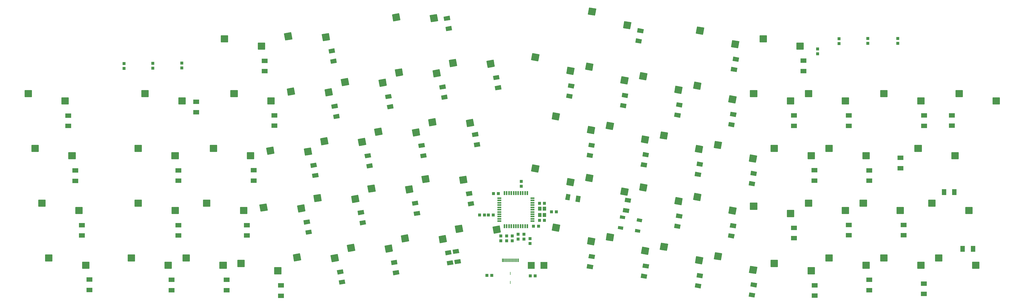
<source format=gbr>
G04 EAGLE Gerber RS-274X export*
G75*
%MOMM*%
%FSLAX34Y34*%
%LPD*%
%INSolderpaste Top*%
%IPPOS*%
%AMOC8*
5,1,8,0,0,1.08239X$1,22.5*%
G01*
%ADD10C,0.248919*%
%ADD11R,2.100000X1.500000*%
%ADD12R,1.500000X2.100000*%
%ADD13R,0.508000X1.473200*%
%ADD14R,1.473200X0.508000*%
%ADD15R,0.200000X1.000000*%
%ADD16R,0.300000X1.200000*%
%ADD17R,1.000000X1.100000*%
%ADD18R,1.100000X1.000000*%
%ADD19R,2.400000X2.400000*%
%ADD20R,1.200000X1.400000*%
%ADD21R,1.800000X1.100000*%


D10*
X34478Y395118D02*
X11566Y395118D01*
X11566Y417522D01*
X34478Y417522D01*
X34478Y395118D01*
X34478Y397483D02*
X11566Y397483D01*
X11566Y399848D02*
X34478Y399848D01*
X34478Y402213D02*
X11566Y402213D01*
X11566Y404578D02*
X34478Y404578D01*
X34478Y406943D02*
X11566Y406943D01*
X11566Y409308D02*
X34478Y409308D01*
X34478Y411673D02*
X11566Y411673D01*
X11566Y414038D02*
X34478Y414038D01*
X34478Y416403D02*
X11566Y416403D01*
X-94046Y420518D02*
X-116958Y420518D01*
X-116958Y442922D01*
X-94046Y442922D01*
X-94046Y420518D01*
X-94046Y422883D02*
X-116958Y422883D01*
X-116958Y425248D02*
X-94046Y425248D01*
X-94046Y427613D02*
X-116958Y427613D01*
X-116958Y429978D02*
X-94046Y429978D01*
X-94046Y432343D02*
X-116958Y432343D01*
X-116958Y434708D02*
X-94046Y434708D01*
X-94046Y437073D02*
X-116958Y437073D01*
X-116958Y439438D02*
X-94046Y439438D01*
X-94046Y441803D02*
X-116958Y441803D01*
X369696Y395198D02*
X392608Y395198D01*
X369696Y395198D02*
X369696Y417602D01*
X392608Y417602D01*
X392608Y395198D01*
X392608Y397563D02*
X369696Y397563D01*
X369696Y399928D02*
X392608Y399928D01*
X392608Y402293D02*
X369696Y402293D01*
X369696Y404658D02*
X392608Y404658D01*
X392608Y407023D02*
X369696Y407023D01*
X369696Y409388D02*
X392608Y409388D01*
X392608Y411753D02*
X369696Y411753D01*
X369696Y414118D02*
X392608Y414118D01*
X392608Y416483D02*
X369696Y416483D01*
X264084Y420598D02*
X241172Y420598D01*
X241172Y443002D01*
X264084Y443002D01*
X264084Y420598D01*
X264084Y422963D02*
X241172Y422963D01*
X241172Y425328D02*
X264084Y425328D01*
X264084Y427693D02*
X241172Y427693D01*
X241172Y430058D02*
X264084Y430058D01*
X264084Y432423D02*
X241172Y432423D01*
X241172Y434788D02*
X264084Y434788D01*
X264084Y437153D02*
X241172Y437153D01*
X241172Y439518D02*
X264084Y439518D01*
X264084Y441883D02*
X241172Y441883D01*
X631676Y395168D02*
X654588Y395168D01*
X631676Y395168D02*
X631676Y417572D01*
X654588Y417572D01*
X654588Y395168D01*
X654588Y397533D02*
X631676Y397533D01*
X631676Y399898D02*
X654588Y399898D01*
X654588Y402263D02*
X631676Y402263D01*
X631676Y404628D02*
X654588Y404628D01*
X654588Y406993D02*
X631676Y406993D01*
X631676Y409358D02*
X654588Y409358D01*
X654588Y411723D02*
X631676Y411723D01*
X631676Y414088D02*
X654588Y414088D01*
X654588Y416453D02*
X631676Y416453D01*
X526064Y420568D02*
X503152Y420568D01*
X503152Y442972D01*
X526064Y442972D01*
X526064Y420568D01*
X526064Y422933D02*
X503152Y422933D01*
X503152Y425298D02*
X526064Y425298D01*
X526064Y427663D02*
X503152Y427663D01*
X503152Y430028D02*
X526064Y430028D01*
X526064Y432393D02*
X503152Y432393D01*
X503152Y434758D02*
X526064Y434758D01*
X526064Y437123D02*
X503152Y437123D01*
X503152Y439488D02*
X526064Y439488D01*
X526064Y441853D02*
X503152Y441853D01*
X833613Y407665D02*
X856176Y411644D01*
X833613Y407665D02*
X829722Y429728D01*
X852285Y433707D01*
X856176Y411644D01*
X847024Y410030D02*
X833196Y410030D01*
X832779Y412395D02*
X856044Y412395D01*
X855626Y414760D02*
X832362Y414760D01*
X831945Y417125D02*
X855209Y417125D01*
X854792Y419490D02*
X831528Y419490D01*
X831110Y421855D02*
X854375Y421855D01*
X853958Y424220D02*
X830693Y424220D01*
X830276Y426585D02*
X853541Y426585D01*
X853124Y428950D02*
X829859Y428950D01*
X838721Y431315D02*
X852707Y431315D01*
X852290Y433680D02*
X852132Y433680D01*
X725194Y414340D02*
X702631Y410361D01*
X698740Y432424D01*
X721303Y436403D01*
X725194Y414340D01*
X716042Y412726D02*
X702214Y412726D01*
X701797Y415091D02*
X725062Y415091D01*
X724644Y417456D02*
X701380Y417456D01*
X700963Y419821D02*
X724227Y419821D01*
X723810Y422186D02*
X700546Y422186D01*
X700128Y424551D02*
X723393Y424551D01*
X722976Y426916D02*
X699711Y426916D01*
X699294Y429281D02*
X722559Y429281D01*
X722142Y431646D02*
X698877Y431646D01*
X707739Y434011D02*
X721725Y434011D01*
X721308Y436376D02*
X721150Y436376D01*
X1092953Y646785D02*
X1115516Y650764D01*
X1092953Y646785D02*
X1089062Y668848D01*
X1111625Y672827D01*
X1115516Y650764D01*
X1106364Y649150D02*
X1092536Y649150D01*
X1092119Y651515D02*
X1115384Y651515D01*
X1114966Y653880D02*
X1091702Y653880D01*
X1091285Y656245D02*
X1114549Y656245D01*
X1114132Y658610D02*
X1090868Y658610D01*
X1090450Y660975D02*
X1113715Y660975D01*
X1113298Y663340D02*
X1090033Y663340D01*
X1089616Y665705D02*
X1112881Y665705D01*
X1112464Y668070D02*
X1089199Y668070D01*
X1098061Y670435D02*
X1112047Y670435D01*
X1111630Y672800D02*
X1111472Y672800D01*
X984534Y653460D02*
X961971Y649481D01*
X958080Y671544D01*
X980643Y675523D01*
X984534Y653460D01*
X975382Y651846D02*
X961554Y651846D01*
X961137Y654211D02*
X984402Y654211D01*
X983984Y656576D02*
X960720Y656576D01*
X960303Y658941D02*
X983567Y658941D01*
X983150Y661306D02*
X959886Y661306D01*
X959468Y663671D02*
X982733Y663671D01*
X982316Y666036D02*
X959051Y666036D01*
X958634Y668401D02*
X981899Y668401D01*
X981482Y670766D02*
X958217Y670766D01*
X967079Y673131D02*
X981065Y673131D01*
X980648Y675496D02*
X980490Y675496D01*
X1280553Y679905D02*
X1303116Y683884D01*
X1280553Y679905D02*
X1276662Y701968D01*
X1299225Y705947D01*
X1303116Y683884D01*
X1293964Y682270D02*
X1280136Y682270D01*
X1279719Y684635D02*
X1302984Y684635D01*
X1302566Y687000D02*
X1279302Y687000D01*
X1278885Y689365D02*
X1302149Y689365D01*
X1301732Y691730D02*
X1278468Y691730D01*
X1278050Y694095D02*
X1301315Y694095D01*
X1300898Y696460D02*
X1277633Y696460D01*
X1277216Y698825D02*
X1300481Y698825D01*
X1300064Y701190D02*
X1276799Y701190D01*
X1285661Y703555D02*
X1299647Y703555D01*
X1299230Y705920D02*
X1299072Y705920D01*
X1172134Y686580D02*
X1149571Y682601D01*
X1145680Y704664D01*
X1168243Y708643D01*
X1172134Y686580D01*
X1162982Y684966D02*
X1149154Y684966D01*
X1148737Y687331D02*
X1172002Y687331D01*
X1171584Y689696D02*
X1148320Y689696D01*
X1147903Y692061D02*
X1171167Y692061D01*
X1170750Y694426D02*
X1147486Y694426D01*
X1147068Y696791D02*
X1170333Y696791D01*
X1169916Y699156D02*
X1146651Y699156D01*
X1146234Y701521D02*
X1169499Y701521D01*
X1169082Y703886D02*
X1145817Y703886D01*
X1154679Y706251D02*
X1168665Y706251D01*
X1168248Y708616D02*
X1168090Y708616D01*
X1396453Y506855D02*
X1419016Y510834D01*
X1396453Y506855D02*
X1392562Y528918D01*
X1415125Y532897D01*
X1419016Y510834D01*
X1409864Y509220D02*
X1396036Y509220D01*
X1395619Y511585D02*
X1418884Y511585D01*
X1418466Y513950D02*
X1395202Y513950D01*
X1394785Y516315D02*
X1418049Y516315D01*
X1417632Y518680D02*
X1394368Y518680D01*
X1393950Y521045D02*
X1417215Y521045D01*
X1416798Y523410D02*
X1393533Y523410D01*
X1393116Y525775D02*
X1416381Y525775D01*
X1415964Y528140D02*
X1392699Y528140D01*
X1401561Y530505D02*
X1415547Y530505D01*
X1415130Y532870D02*
X1414972Y532870D01*
X1288034Y513530D02*
X1265471Y509551D01*
X1261580Y531614D01*
X1284143Y535593D01*
X1288034Y513530D01*
X1278882Y511916D02*
X1265054Y511916D01*
X1264637Y514281D02*
X1287902Y514281D01*
X1287484Y516646D02*
X1264220Y516646D01*
X1263803Y519011D02*
X1287067Y519011D01*
X1286650Y521376D02*
X1263386Y521376D01*
X1262968Y523741D02*
X1286233Y523741D01*
X1285816Y526106D02*
X1262551Y526106D01*
X1262134Y528471D02*
X1285399Y528471D01*
X1284982Y530836D02*
X1261717Y530836D01*
X1270579Y533201D02*
X1284565Y533201D01*
X1284148Y535566D02*
X1283990Y535566D01*
X1812843Y486360D02*
X1835406Y482381D01*
X1812843Y486360D02*
X1816734Y508423D01*
X1839297Y504444D01*
X1835406Y482381D01*
X1835823Y484746D02*
X1821995Y484746D01*
X1812975Y487111D02*
X1836240Y487111D01*
X1836657Y489476D02*
X1813393Y489476D01*
X1813810Y491841D02*
X1837074Y491841D01*
X1837491Y494206D02*
X1814227Y494206D01*
X1814644Y496571D02*
X1837909Y496571D01*
X1838326Y498936D02*
X1815061Y498936D01*
X1815478Y501301D02*
X1838743Y501301D01*
X1839160Y503666D02*
X1815895Y503666D01*
X1816312Y506031D02*
X1830298Y506031D01*
X1816887Y508396D02*
X1816729Y508396D01*
X1713245Y529714D02*
X1690682Y533693D01*
X1694573Y555756D01*
X1717136Y551777D01*
X1713245Y529714D01*
X1713662Y532079D02*
X1699834Y532079D01*
X1690814Y534444D02*
X1714079Y534444D01*
X1714496Y536809D02*
X1691232Y536809D01*
X1691649Y539174D02*
X1714913Y539174D01*
X1715330Y541539D02*
X1692066Y541539D01*
X1692483Y543904D02*
X1715748Y543904D01*
X1716165Y546269D02*
X1692900Y546269D01*
X1693317Y548634D02*
X1716582Y548634D01*
X1716999Y550999D02*
X1693734Y550999D01*
X1694151Y553364D02*
X1708137Y553364D01*
X1694726Y555729D02*
X1694568Y555729D01*
X2000493Y453320D02*
X2023056Y449341D01*
X2000493Y453320D02*
X2004384Y475383D01*
X2026947Y471404D01*
X2023056Y449341D01*
X2023473Y451706D02*
X2009645Y451706D01*
X2000625Y454071D02*
X2023890Y454071D01*
X2024307Y456436D02*
X2001043Y456436D01*
X2001460Y458801D02*
X2024724Y458801D01*
X2025141Y461166D02*
X2001877Y461166D01*
X2002294Y463531D02*
X2025559Y463531D01*
X2025976Y465896D02*
X2002711Y465896D01*
X2003128Y468261D02*
X2026393Y468261D01*
X2026810Y470626D02*
X2003545Y470626D01*
X2003962Y472991D02*
X2017948Y472991D01*
X2004537Y475356D02*
X2004379Y475356D01*
X1900895Y496674D02*
X1878332Y500653D01*
X1882223Y522716D01*
X1904786Y518737D01*
X1900895Y496674D01*
X1901312Y499039D02*
X1887484Y499039D01*
X1878464Y501404D02*
X1901729Y501404D01*
X1902146Y503769D02*
X1878882Y503769D01*
X1879299Y506134D02*
X1902563Y506134D01*
X1902980Y508499D02*
X1879716Y508499D01*
X1880133Y510864D02*
X1903398Y510864D01*
X1903815Y513229D02*
X1880550Y513229D01*
X1880967Y515594D02*
X1904232Y515594D01*
X1904649Y517959D02*
X1881384Y517959D01*
X1881801Y520324D02*
X1895787Y520324D01*
X1882376Y522689D02*
X1882218Y522689D01*
X2188103Y420190D02*
X2210666Y416211D01*
X2188103Y420190D02*
X2191994Y442253D01*
X2214557Y438274D01*
X2210666Y416211D01*
X2211083Y418576D02*
X2197255Y418576D01*
X2188235Y420941D02*
X2211500Y420941D01*
X2211917Y423306D02*
X2188653Y423306D01*
X2189070Y425671D02*
X2212334Y425671D01*
X2212751Y428036D02*
X2189487Y428036D01*
X2189904Y430401D02*
X2213169Y430401D01*
X2213586Y432766D02*
X2190321Y432766D01*
X2190738Y435131D02*
X2214003Y435131D01*
X2214420Y437496D02*
X2191155Y437496D01*
X2191572Y439861D02*
X2205558Y439861D01*
X2192147Y442226D02*
X2191989Y442226D01*
X2088505Y463544D02*
X2065942Y467523D01*
X2069833Y489586D01*
X2092396Y485607D01*
X2088505Y463544D01*
X2088922Y465909D02*
X2075094Y465909D01*
X2066074Y468274D02*
X2089339Y468274D01*
X2089756Y470639D02*
X2066492Y470639D01*
X2066909Y473004D02*
X2090173Y473004D01*
X2090590Y475369D02*
X2067326Y475369D01*
X2067743Y477734D02*
X2091008Y477734D01*
X2091425Y480099D02*
X2068160Y480099D01*
X2068577Y482464D02*
X2091842Y482464D01*
X2092259Y484829D02*
X2068994Y484829D01*
X2069411Y487194D02*
X2083397Y487194D01*
X2069986Y489559D02*
X2069828Y489559D01*
X2375733Y387120D02*
X2398296Y383141D01*
X2375733Y387120D02*
X2379624Y409183D01*
X2402187Y405204D01*
X2398296Y383141D01*
X2398713Y385506D02*
X2384885Y385506D01*
X2375865Y387871D02*
X2399130Y387871D01*
X2399547Y390236D02*
X2376283Y390236D01*
X2376700Y392601D02*
X2399964Y392601D01*
X2400381Y394966D02*
X2377117Y394966D01*
X2377534Y397331D02*
X2400799Y397331D01*
X2401216Y399696D02*
X2377951Y399696D01*
X2378368Y402061D02*
X2401633Y402061D01*
X2402050Y404426D02*
X2378785Y404426D01*
X2379202Y406791D02*
X2393188Y406791D01*
X2379777Y409156D02*
X2379619Y409156D01*
X2276135Y430474D02*
X2253572Y434453D01*
X2257463Y456516D01*
X2280026Y452537D01*
X2276135Y430474D01*
X2276552Y432839D02*
X2262724Y432839D01*
X2253704Y435204D02*
X2276969Y435204D01*
X2277386Y437569D02*
X2254122Y437569D01*
X2254539Y439934D02*
X2277803Y439934D01*
X2278220Y442299D02*
X2254956Y442299D01*
X2255373Y444664D02*
X2278638Y444664D01*
X2279055Y447029D02*
X2255790Y447029D01*
X2256207Y449394D02*
X2279472Y449394D01*
X2279889Y451759D02*
X2256624Y451759D01*
X2257041Y454124D02*
X2271027Y454124D01*
X2257616Y456489D02*
X2257458Y456489D01*
X2579676Y395198D02*
X2602588Y395198D01*
X2579676Y395198D02*
X2579676Y417602D01*
X2602588Y417602D01*
X2602588Y395198D01*
X2602588Y397563D02*
X2579676Y397563D01*
X2579676Y399928D02*
X2602588Y399928D01*
X2602588Y402293D02*
X2579676Y402293D01*
X2579676Y404658D02*
X2602588Y404658D01*
X2602588Y407023D02*
X2579676Y407023D01*
X2579676Y409388D02*
X2602588Y409388D01*
X2602588Y411753D02*
X2579676Y411753D01*
X2579676Y414118D02*
X2602588Y414118D01*
X2602588Y416483D02*
X2579676Y416483D01*
X2474064Y420598D02*
X2451152Y420598D01*
X2451152Y443002D01*
X2474064Y443002D01*
X2474064Y420598D01*
X2474064Y422963D02*
X2451152Y422963D01*
X2451152Y425328D02*
X2474064Y425328D01*
X2474064Y427693D02*
X2451152Y427693D01*
X2451152Y430058D02*
X2474064Y430058D01*
X2474064Y432423D02*
X2451152Y432423D01*
X2451152Y434788D02*
X2474064Y434788D01*
X2474064Y437153D02*
X2451152Y437153D01*
X2451152Y439518D02*
X2474064Y439518D01*
X2474064Y441883D02*
X2451152Y441883D01*
X2770196Y395228D02*
X2793108Y395228D01*
X2770196Y395228D02*
X2770196Y417632D01*
X2793108Y417632D01*
X2793108Y395228D01*
X2793108Y397593D02*
X2770196Y397593D01*
X2770196Y399958D02*
X2793108Y399958D01*
X2793108Y402323D02*
X2770196Y402323D01*
X2770196Y404688D02*
X2793108Y404688D01*
X2793108Y407053D02*
X2770196Y407053D01*
X2770196Y409418D02*
X2793108Y409418D01*
X2793108Y411783D02*
X2770196Y411783D01*
X2770196Y414148D02*
X2793108Y414148D01*
X2793108Y416513D02*
X2770196Y416513D01*
X2664584Y420628D02*
X2641672Y420628D01*
X2641672Y443032D01*
X2664584Y443032D01*
X2664584Y420628D01*
X2664584Y422993D02*
X2641672Y422993D01*
X2641672Y425358D02*
X2664584Y425358D01*
X2664584Y427723D02*
X2641672Y427723D01*
X2641672Y430088D02*
X2664584Y430088D01*
X2664584Y432453D02*
X2641672Y432453D01*
X2641672Y434818D02*
X2664584Y434818D01*
X2664584Y437183D02*
X2641672Y437183D01*
X2641672Y439548D02*
X2664584Y439548D01*
X2664584Y441913D02*
X2641672Y441913D01*
X3079696Y395168D02*
X3102608Y395168D01*
X3079696Y395168D02*
X3079696Y417572D01*
X3102608Y417572D01*
X3102608Y395168D01*
X3102608Y397533D02*
X3079696Y397533D01*
X3079696Y399898D02*
X3102608Y399898D01*
X3102608Y402263D02*
X3079696Y402263D01*
X3079696Y404628D02*
X3102608Y404628D01*
X3102608Y406993D02*
X3079696Y406993D01*
X3079696Y409358D02*
X3102608Y409358D01*
X3102608Y411723D02*
X3079696Y411723D01*
X3079696Y414088D02*
X3102608Y414088D01*
X3102608Y416453D02*
X3079696Y416453D01*
X2974084Y420568D02*
X2951172Y420568D01*
X2951172Y442972D01*
X2974084Y442972D01*
X2974084Y420568D01*
X2974084Y422933D02*
X2951172Y422933D01*
X2951172Y425298D02*
X2974084Y425298D01*
X2974084Y427663D02*
X2951172Y427663D01*
X2951172Y430028D02*
X2974084Y430028D01*
X2974084Y432393D02*
X2951172Y432393D01*
X2951172Y434758D02*
X2974084Y434758D01*
X2974084Y437123D02*
X2951172Y437123D01*
X2951172Y439488D02*
X2974084Y439488D01*
X2974084Y441853D02*
X2951172Y441853D01*
X3127346Y204668D02*
X3150258Y204668D01*
X3127346Y204668D02*
X3127346Y227072D01*
X3150258Y227072D01*
X3150258Y204668D01*
X3150258Y207033D02*
X3127346Y207033D01*
X3127346Y209398D02*
X3150258Y209398D01*
X3150258Y211763D02*
X3127346Y211763D01*
X3127346Y214128D02*
X3150258Y214128D01*
X3150258Y216493D02*
X3127346Y216493D01*
X3127346Y218858D02*
X3150258Y218858D01*
X3150258Y221223D02*
X3127346Y221223D01*
X3127346Y223588D02*
X3150258Y223588D01*
X3150258Y225953D02*
X3127346Y225953D01*
X3021734Y230068D02*
X2998822Y230068D01*
X2998822Y252472D01*
X3021734Y252472D01*
X3021734Y230068D01*
X3021734Y232433D02*
X2998822Y232433D01*
X2998822Y234798D02*
X3021734Y234798D01*
X3021734Y237163D02*
X2998822Y237163D01*
X2998822Y239528D02*
X3021734Y239528D01*
X3021734Y241893D02*
X2998822Y241893D01*
X2998822Y244258D02*
X3021734Y244258D01*
X3021734Y246623D02*
X2998822Y246623D01*
X2998822Y248988D02*
X3021734Y248988D01*
X3021734Y251353D02*
X2998822Y251353D01*
X10648Y585668D02*
X-12264Y585668D01*
X-12264Y608072D01*
X10648Y608072D01*
X10648Y585668D01*
X10648Y588033D02*
X-12264Y588033D01*
X-12264Y590398D02*
X10648Y590398D01*
X10648Y592763D02*
X-12264Y592763D01*
X-12264Y595128D02*
X10648Y595128D01*
X10648Y597493D02*
X-12264Y597493D01*
X-12264Y599858D02*
X10648Y599858D01*
X10648Y602223D02*
X-12264Y602223D01*
X-12264Y604588D02*
X10648Y604588D01*
X10648Y606953D02*
X-12264Y606953D01*
X-117876Y611068D02*
X-140788Y611068D01*
X-140788Y633472D01*
X-117876Y633472D01*
X-117876Y611068D01*
X-117876Y613433D02*
X-140788Y613433D01*
X-140788Y615798D02*
X-117876Y615798D01*
X-117876Y618163D02*
X-140788Y618163D01*
X-140788Y620528D02*
X-117876Y620528D01*
X-117876Y622893D02*
X-140788Y622893D01*
X-140788Y625258D02*
X-117876Y625258D01*
X-117876Y627623D02*
X-140788Y627623D01*
X-140788Y629988D02*
X-117876Y629988D01*
X-117876Y632353D02*
X-140788Y632353D01*
X393576Y585668D02*
X416488Y585668D01*
X393576Y585668D02*
X393576Y608072D01*
X416488Y608072D01*
X416488Y585668D01*
X416488Y588033D02*
X393576Y588033D01*
X393576Y590398D02*
X416488Y590398D01*
X416488Y592763D02*
X393576Y592763D01*
X393576Y595128D02*
X416488Y595128D01*
X416488Y597493D02*
X393576Y597493D01*
X393576Y599858D02*
X416488Y599858D01*
X416488Y602223D02*
X393576Y602223D01*
X393576Y604588D02*
X416488Y604588D01*
X416488Y606953D02*
X393576Y606953D01*
X287964Y611068D02*
X265052Y611068D01*
X265052Y633472D01*
X287964Y633472D01*
X287964Y611068D01*
X287964Y613433D02*
X265052Y613433D01*
X265052Y615798D02*
X287964Y615798D01*
X287964Y618163D02*
X265052Y618163D01*
X265052Y620528D02*
X287964Y620528D01*
X287964Y622893D02*
X265052Y622893D01*
X265052Y625258D02*
X287964Y625258D01*
X287964Y627623D02*
X265052Y627623D01*
X265052Y629988D02*
X287964Y629988D01*
X287964Y632353D02*
X265052Y632353D01*
X703096Y585648D02*
X726008Y585648D01*
X703096Y585648D02*
X703096Y608052D01*
X726008Y608052D01*
X726008Y585648D01*
X726008Y588013D02*
X703096Y588013D01*
X703096Y590378D02*
X726008Y590378D01*
X726008Y592743D02*
X703096Y592743D01*
X703096Y595108D02*
X726008Y595108D01*
X726008Y597473D02*
X703096Y597473D01*
X703096Y599838D02*
X726008Y599838D01*
X726008Y602203D02*
X703096Y602203D01*
X703096Y604568D02*
X726008Y604568D01*
X726008Y606933D02*
X703096Y606933D01*
X597484Y611048D02*
X574572Y611048D01*
X574572Y633452D01*
X597484Y633452D01*
X597484Y611048D01*
X597484Y613413D02*
X574572Y613413D01*
X574572Y615778D02*
X597484Y615778D01*
X597484Y618143D02*
X574572Y618143D01*
X574572Y620508D02*
X597484Y620508D01*
X597484Y622873D02*
X574572Y622873D01*
X574572Y625238D02*
X597484Y625238D01*
X597484Y627603D02*
X574572Y627603D01*
X574572Y629968D02*
X597484Y629968D01*
X597484Y632333D02*
X574572Y632333D01*
X905343Y613685D02*
X927906Y617664D01*
X905343Y613685D02*
X901452Y635748D01*
X924015Y639727D01*
X927906Y617664D01*
X918754Y616050D02*
X904926Y616050D01*
X904509Y618415D02*
X927774Y618415D01*
X927356Y620780D02*
X904092Y620780D01*
X903675Y623145D02*
X926939Y623145D01*
X926522Y625510D02*
X903258Y625510D01*
X902840Y627875D02*
X926105Y627875D01*
X925688Y630240D02*
X902423Y630240D01*
X902006Y632605D02*
X925271Y632605D01*
X924854Y634970D02*
X901589Y634970D01*
X910451Y637335D02*
X924437Y637335D01*
X924020Y639700D02*
X923862Y639700D01*
X796924Y620360D02*
X774361Y616381D01*
X770470Y638444D01*
X793033Y642423D01*
X796924Y620360D01*
X787772Y618746D02*
X773944Y618746D01*
X773527Y621111D02*
X796792Y621111D01*
X796374Y623476D02*
X773110Y623476D01*
X772693Y625841D02*
X795957Y625841D01*
X795540Y628206D02*
X772276Y628206D01*
X771858Y630571D02*
X795123Y630571D01*
X794706Y632936D02*
X771441Y632936D01*
X771024Y635301D02*
X794289Y635301D01*
X793872Y637666D02*
X770607Y637666D01*
X779469Y640031D02*
X793455Y640031D01*
X793038Y642396D02*
X792880Y642396D01*
X2313833Y784910D02*
X2336396Y780931D01*
X2313833Y784910D02*
X2317724Y806973D01*
X2340287Y802994D01*
X2336396Y780931D01*
X2336813Y783296D02*
X2322985Y783296D01*
X2313965Y785661D02*
X2337230Y785661D01*
X2337647Y788026D02*
X2314383Y788026D01*
X2314800Y790391D02*
X2338064Y790391D01*
X2338481Y792756D02*
X2315217Y792756D01*
X2315634Y795121D02*
X2338899Y795121D01*
X2339316Y797486D02*
X2316051Y797486D01*
X2316468Y799851D02*
X2339733Y799851D01*
X2340150Y802216D02*
X2316885Y802216D01*
X2317302Y804581D02*
X2331288Y804581D01*
X2317877Y806946D02*
X2317719Y806946D01*
X2214235Y828264D02*
X2191672Y832243D01*
X2195563Y854306D01*
X2218126Y850327D01*
X2214235Y828264D01*
X2214652Y830629D02*
X2200824Y830629D01*
X2191804Y832994D02*
X2215069Y832994D01*
X2215486Y835359D02*
X2192222Y835359D01*
X2192639Y837724D02*
X2215903Y837724D01*
X2216320Y840089D02*
X2193056Y840089D01*
X2193473Y842454D02*
X2216738Y842454D01*
X2217155Y844819D02*
X2193890Y844819D01*
X2194307Y847184D02*
X2217572Y847184D01*
X2217989Y849549D02*
X2194724Y849549D01*
X2195141Y851914D02*
X2209127Y851914D01*
X2195716Y854279D02*
X2195558Y854279D01*
X2541296Y776198D02*
X2564208Y776198D01*
X2541296Y776198D02*
X2541296Y798602D01*
X2564208Y798602D01*
X2564208Y776198D01*
X2564208Y778563D02*
X2541296Y778563D01*
X2541296Y780928D02*
X2564208Y780928D01*
X2564208Y783293D02*
X2541296Y783293D01*
X2541296Y785658D02*
X2564208Y785658D01*
X2564208Y788023D02*
X2541296Y788023D01*
X2541296Y790388D02*
X2564208Y790388D01*
X2564208Y792753D02*
X2541296Y792753D01*
X2541296Y795118D02*
X2564208Y795118D01*
X2564208Y797483D02*
X2541296Y797483D01*
X2435684Y801598D02*
X2412772Y801598D01*
X2412772Y824002D01*
X2435684Y824002D01*
X2435684Y801598D01*
X2435684Y803963D02*
X2412772Y803963D01*
X2412772Y806328D02*
X2435684Y806328D01*
X2435684Y808693D02*
X2412772Y808693D01*
X2412772Y811058D02*
X2435684Y811058D01*
X2435684Y813423D02*
X2412772Y813423D01*
X2412772Y815788D02*
X2435684Y815788D01*
X2435684Y818153D02*
X2412772Y818153D01*
X2412772Y820518D02*
X2435684Y820518D01*
X2435684Y822883D02*
X2412772Y822883D01*
X1490696Y716934D02*
X1468133Y712955D01*
X1464242Y735018D01*
X1486805Y738997D01*
X1490696Y716934D01*
X1481544Y715320D02*
X1467716Y715320D01*
X1467299Y717685D02*
X1490564Y717685D01*
X1490146Y720050D02*
X1466882Y720050D01*
X1466465Y722415D02*
X1489729Y722415D01*
X1489312Y724780D02*
X1466048Y724780D01*
X1465630Y727145D02*
X1488895Y727145D01*
X1488478Y729510D02*
X1465213Y729510D01*
X1464796Y731875D02*
X1488061Y731875D01*
X1487644Y734240D02*
X1464379Y734240D01*
X1473241Y736605D02*
X1487227Y736605D01*
X1486810Y738970D02*
X1486652Y738970D01*
X1359714Y719630D02*
X1337151Y715651D01*
X1333260Y737714D01*
X1355823Y741693D01*
X1359714Y719630D01*
X1350562Y718016D02*
X1336734Y718016D01*
X1336317Y720381D02*
X1359582Y720381D01*
X1359164Y722746D02*
X1335900Y722746D01*
X1335483Y725111D02*
X1358747Y725111D01*
X1358330Y727476D02*
X1335066Y727476D01*
X1334648Y729841D02*
X1357913Y729841D01*
X1357496Y732206D02*
X1334231Y732206D01*
X1333814Y734571D02*
X1357079Y734571D01*
X1356662Y736936D02*
X1333397Y736936D01*
X1342259Y739301D02*
X1356245Y739301D01*
X1355828Y741666D02*
X1355670Y741666D01*
X1741413Y692460D02*
X1763976Y688481D01*
X1741413Y692460D02*
X1745304Y714523D01*
X1767867Y710544D01*
X1763976Y688481D01*
X1764393Y690846D02*
X1750565Y690846D01*
X1741545Y693211D02*
X1764810Y693211D01*
X1765227Y695576D02*
X1741963Y695576D01*
X1742380Y697941D02*
X1765644Y697941D01*
X1766061Y700306D02*
X1742797Y700306D01*
X1743214Y702671D02*
X1766479Y702671D01*
X1766896Y705036D02*
X1743631Y705036D01*
X1744048Y707401D02*
X1767313Y707401D01*
X1767730Y709766D02*
X1744465Y709766D01*
X1744882Y712131D02*
X1758868Y712131D01*
X1745457Y714496D02*
X1745299Y714496D01*
X1641815Y735814D02*
X1619252Y739793D01*
X1623143Y761856D01*
X1645706Y757877D01*
X1641815Y735814D01*
X1642232Y738179D02*
X1628404Y738179D01*
X1619384Y740544D02*
X1642649Y740544D01*
X1643066Y742909D02*
X1619802Y742909D01*
X1620219Y745274D02*
X1643483Y745274D01*
X1643900Y747639D02*
X1620636Y747639D01*
X1621053Y750004D02*
X1644318Y750004D01*
X1644735Y752369D02*
X1621470Y752369D01*
X1621887Y754734D02*
X1645152Y754734D01*
X1645569Y757099D02*
X1622304Y757099D01*
X1622721Y759464D02*
X1636707Y759464D01*
X1623296Y761829D02*
X1623138Y761829D01*
X1929073Y659360D02*
X1951636Y655381D01*
X1929073Y659360D02*
X1932964Y681423D01*
X1955527Y677444D01*
X1951636Y655381D01*
X1952053Y657746D02*
X1938225Y657746D01*
X1929205Y660111D02*
X1952470Y660111D01*
X1952887Y662476D02*
X1929623Y662476D01*
X1930040Y664841D02*
X1953304Y664841D01*
X1953721Y667206D02*
X1930457Y667206D01*
X1930874Y669571D02*
X1954139Y669571D01*
X1954556Y671936D02*
X1931291Y671936D01*
X1931708Y674301D02*
X1954973Y674301D01*
X1955390Y676666D02*
X1932125Y676666D01*
X1932542Y679031D02*
X1946528Y679031D01*
X1933117Y681396D02*
X1932959Y681396D01*
X1829475Y702714D02*
X1806912Y706693D01*
X1810803Y728756D01*
X1833366Y724777D01*
X1829475Y702714D01*
X1829892Y705079D02*
X1816064Y705079D01*
X1807044Y707444D02*
X1830309Y707444D01*
X1830726Y709809D02*
X1807462Y709809D01*
X1807879Y712174D02*
X1831143Y712174D01*
X1831560Y714539D02*
X1808296Y714539D01*
X1808713Y716904D02*
X1831978Y716904D01*
X1832395Y719269D02*
X1809130Y719269D01*
X1809547Y721634D02*
X1832812Y721634D01*
X1833229Y723999D02*
X1809964Y723999D01*
X1810381Y726364D02*
X1824367Y726364D01*
X1810956Y728729D02*
X1810798Y728729D01*
X2116603Y626240D02*
X2139166Y622261D01*
X2116603Y626240D02*
X2120494Y648303D01*
X2143057Y644324D01*
X2139166Y622261D01*
X2139583Y624626D02*
X2125755Y624626D01*
X2116735Y626991D02*
X2140000Y626991D01*
X2140417Y629356D02*
X2117153Y629356D01*
X2117570Y631721D02*
X2140834Y631721D01*
X2141251Y634086D02*
X2117987Y634086D01*
X2118404Y636451D02*
X2141669Y636451D01*
X2142086Y638816D02*
X2118821Y638816D01*
X2119238Y641181D02*
X2142503Y641181D01*
X2142920Y643546D02*
X2119655Y643546D01*
X2120072Y645911D02*
X2134058Y645911D01*
X2120647Y648276D02*
X2120489Y648276D01*
X2017005Y669594D02*
X1994442Y673573D01*
X1998333Y695636D01*
X2020896Y691657D01*
X2017005Y669594D01*
X2017422Y671959D02*
X2003594Y671959D01*
X1994574Y674324D02*
X2017839Y674324D01*
X2018256Y676689D02*
X1994992Y676689D01*
X1995409Y679054D02*
X2018673Y679054D01*
X2019090Y681419D02*
X1995826Y681419D01*
X1996243Y683784D02*
X2019508Y683784D01*
X2019925Y686149D02*
X1996660Y686149D01*
X1997077Y688514D02*
X2020342Y688514D01*
X2020759Y690879D02*
X1997494Y690879D01*
X1997911Y693244D02*
X2011897Y693244D01*
X1998486Y695609D02*
X1998328Y695609D01*
X2304233Y593190D02*
X2326796Y589211D01*
X2304233Y593190D02*
X2308124Y615253D01*
X2330687Y611274D01*
X2326796Y589211D01*
X2327213Y591576D02*
X2313385Y591576D01*
X2304365Y593941D02*
X2327630Y593941D01*
X2328047Y596306D02*
X2304783Y596306D01*
X2305200Y598671D02*
X2328464Y598671D01*
X2328881Y601036D02*
X2305617Y601036D01*
X2306034Y603401D02*
X2329299Y603401D01*
X2329716Y605766D02*
X2306451Y605766D01*
X2306868Y608131D02*
X2330133Y608131D01*
X2330550Y610496D02*
X2307285Y610496D01*
X2307702Y612861D02*
X2321688Y612861D01*
X2308277Y615226D02*
X2308119Y615226D01*
X2204635Y636544D02*
X2182072Y640523D01*
X2185963Y662586D01*
X2208526Y658607D01*
X2204635Y636544D01*
X2205052Y638909D02*
X2191224Y638909D01*
X2182204Y641274D02*
X2205469Y641274D01*
X2205886Y643639D02*
X2182622Y643639D01*
X2183039Y646004D02*
X2206303Y646004D01*
X2206720Y648369D02*
X2183456Y648369D01*
X2183873Y650734D02*
X2207138Y650734D01*
X2207555Y653099D02*
X2184290Y653099D01*
X2184707Y655464D02*
X2207972Y655464D01*
X2208389Y657829D02*
X2185124Y657829D01*
X2185541Y660194D02*
X2199527Y660194D01*
X2186116Y662559D02*
X2185958Y662559D01*
X2508226Y585698D02*
X2531138Y585698D01*
X2508226Y585698D02*
X2508226Y608102D01*
X2531138Y608102D01*
X2531138Y585698D01*
X2531138Y588063D02*
X2508226Y588063D01*
X2508226Y590428D02*
X2531138Y590428D01*
X2531138Y592793D02*
X2508226Y592793D01*
X2508226Y595158D02*
X2531138Y595158D01*
X2531138Y597523D02*
X2508226Y597523D01*
X2508226Y599888D02*
X2531138Y599888D01*
X2531138Y602253D02*
X2508226Y602253D01*
X2508226Y604618D02*
X2531138Y604618D01*
X2531138Y606983D02*
X2508226Y606983D01*
X2402614Y611098D02*
X2379702Y611098D01*
X2379702Y633502D01*
X2402614Y633502D01*
X2402614Y611098D01*
X2402614Y613463D02*
X2379702Y613463D01*
X2379702Y615828D02*
X2402614Y615828D01*
X2402614Y618193D02*
X2379702Y618193D01*
X2379702Y620558D02*
X2402614Y620558D01*
X2402614Y622923D02*
X2379702Y622923D01*
X2379702Y625288D02*
X2402614Y625288D01*
X2402614Y627653D02*
X2379702Y627653D01*
X2379702Y630018D02*
X2402614Y630018D01*
X2402614Y632383D02*
X2379702Y632383D01*
X2698746Y585648D02*
X2721658Y585648D01*
X2698746Y585648D02*
X2698746Y608052D01*
X2721658Y608052D01*
X2721658Y585648D01*
X2721658Y588013D02*
X2698746Y588013D01*
X2698746Y590378D02*
X2721658Y590378D01*
X2721658Y592743D02*
X2698746Y592743D01*
X2698746Y595108D02*
X2721658Y595108D01*
X2721658Y597473D02*
X2698746Y597473D01*
X2698746Y599838D02*
X2721658Y599838D01*
X2721658Y602203D02*
X2698746Y602203D01*
X2698746Y604568D02*
X2721658Y604568D01*
X2721658Y606933D02*
X2698746Y606933D01*
X2593134Y611048D02*
X2570222Y611048D01*
X2570222Y633452D01*
X2593134Y633452D01*
X2593134Y611048D01*
X2593134Y613413D02*
X2570222Y613413D01*
X2570222Y615778D02*
X2593134Y615778D01*
X2593134Y618143D02*
X2570222Y618143D01*
X2570222Y620508D02*
X2593134Y620508D01*
X2593134Y622873D02*
X2570222Y622873D01*
X2570222Y625238D02*
X2593134Y625238D01*
X2593134Y627603D02*
X2570222Y627603D01*
X2570222Y629968D02*
X2593134Y629968D01*
X2593134Y632333D02*
X2570222Y632333D01*
X2960676Y585698D02*
X2983588Y585698D01*
X2960676Y585698D02*
X2960676Y608102D01*
X2983588Y608102D01*
X2983588Y585698D01*
X2983588Y588063D02*
X2960676Y588063D01*
X2960676Y590428D02*
X2983588Y590428D01*
X2983588Y592793D02*
X2960676Y592793D01*
X2960676Y595158D02*
X2983588Y595158D01*
X2983588Y597523D02*
X2960676Y597523D01*
X2960676Y599888D02*
X2983588Y599888D01*
X2983588Y602253D02*
X2960676Y602253D01*
X2960676Y604618D02*
X2983588Y604618D01*
X2983588Y606983D02*
X2960676Y606983D01*
X2855064Y611098D02*
X2832152Y611098D01*
X2832152Y633502D01*
X2855064Y633502D01*
X2855064Y611098D01*
X2855064Y613463D02*
X2832152Y613463D01*
X2832152Y615828D02*
X2855064Y615828D01*
X2855064Y618193D02*
X2832152Y618193D01*
X2832152Y620558D02*
X2855064Y620558D01*
X2855064Y622923D02*
X2832152Y622923D01*
X2832152Y625288D02*
X2855064Y625288D01*
X2855064Y627653D02*
X2832152Y627653D01*
X2832152Y630018D02*
X2855064Y630018D01*
X2855064Y632383D02*
X2832152Y632383D01*
X3222596Y585668D02*
X3245508Y585668D01*
X3222596Y585668D02*
X3222596Y608072D01*
X3245508Y608072D01*
X3245508Y585668D01*
X3245508Y588033D02*
X3222596Y588033D01*
X3222596Y590398D02*
X3245508Y590398D01*
X3245508Y592763D02*
X3222596Y592763D01*
X3222596Y595128D02*
X3245508Y595128D01*
X3245508Y597493D02*
X3222596Y597493D01*
X3222596Y599858D02*
X3245508Y599858D01*
X3245508Y602223D02*
X3222596Y602223D01*
X3222596Y604588D02*
X3245508Y604588D01*
X3245508Y606953D02*
X3222596Y606953D01*
X3116984Y611068D02*
X3094072Y611068D01*
X3094072Y633472D01*
X3116984Y633472D01*
X3116984Y611068D01*
X3116984Y613433D02*
X3094072Y613433D01*
X3094072Y615798D02*
X3116984Y615798D01*
X3116984Y618163D02*
X3094072Y618163D01*
X3094072Y620528D02*
X3116984Y620528D01*
X3116984Y622893D02*
X3094072Y622893D01*
X3094072Y625258D02*
X3116984Y625258D01*
X3116984Y627623D02*
X3094072Y627623D01*
X3094072Y629988D02*
X3116984Y629988D01*
X3116984Y632353D02*
X3094072Y632353D01*
X692968Y776168D02*
X670056Y776168D01*
X670056Y798572D01*
X692968Y798572D01*
X692968Y776168D01*
X692968Y778533D02*
X670056Y778533D01*
X670056Y780898D02*
X692968Y780898D01*
X692968Y783263D02*
X670056Y783263D01*
X670056Y785628D02*
X692968Y785628D01*
X692968Y787993D02*
X670056Y787993D01*
X670056Y790358D02*
X692968Y790358D01*
X692968Y792723D02*
X670056Y792723D01*
X670056Y795088D02*
X692968Y795088D01*
X692968Y797453D02*
X670056Y797453D01*
X564444Y801568D02*
X541532Y801568D01*
X541532Y823972D01*
X564444Y823972D01*
X564444Y801568D01*
X564444Y803933D02*
X541532Y803933D01*
X541532Y806298D02*
X564444Y806298D01*
X564444Y808663D02*
X541532Y808663D01*
X541532Y811028D02*
X564444Y811028D01*
X564444Y813393D02*
X541532Y813393D01*
X541532Y815758D02*
X564444Y815758D01*
X564444Y818123D02*
X541532Y818123D01*
X541532Y820488D02*
X564444Y820488D01*
X564444Y822853D02*
X541532Y822853D01*
X895743Y805485D02*
X918306Y809464D01*
X895743Y805485D02*
X891852Y827548D01*
X914415Y831527D01*
X918306Y809464D01*
X909154Y807850D02*
X895326Y807850D01*
X894909Y810215D02*
X918174Y810215D01*
X917756Y812580D02*
X894492Y812580D01*
X894075Y814945D02*
X917339Y814945D01*
X916922Y817310D02*
X893658Y817310D01*
X893240Y819675D02*
X916505Y819675D01*
X916088Y822040D02*
X892823Y822040D01*
X892406Y824405D02*
X915671Y824405D01*
X915254Y826770D02*
X891989Y826770D01*
X900851Y829135D02*
X914837Y829135D01*
X914420Y831500D02*
X914262Y831500D01*
X787324Y812160D02*
X764761Y808181D01*
X760870Y830244D01*
X783433Y834223D01*
X787324Y812160D01*
X778172Y810546D02*
X764344Y810546D01*
X763927Y812911D02*
X787192Y812911D01*
X786774Y815276D02*
X763510Y815276D01*
X763093Y817641D02*
X786357Y817641D01*
X785940Y820006D02*
X762676Y820006D01*
X762258Y822371D02*
X785523Y822371D01*
X785106Y824736D02*
X761841Y824736D01*
X761424Y827101D02*
X784689Y827101D01*
X784272Y829466D02*
X761007Y829466D01*
X769869Y831831D02*
X783855Y831831D01*
X783438Y834196D02*
X783280Y834196D01*
X1270903Y871625D02*
X1293466Y875604D01*
X1270903Y871625D02*
X1267012Y893688D01*
X1289575Y897667D01*
X1293466Y875604D01*
X1284314Y873990D02*
X1270486Y873990D01*
X1270069Y876355D02*
X1293334Y876355D01*
X1292916Y878720D02*
X1269652Y878720D01*
X1269235Y881085D02*
X1292499Y881085D01*
X1292082Y883450D02*
X1268818Y883450D01*
X1268400Y885815D02*
X1291665Y885815D01*
X1291248Y888180D02*
X1267983Y888180D01*
X1267566Y890545D02*
X1290831Y890545D01*
X1290414Y892910D02*
X1267149Y892910D01*
X1276011Y895275D02*
X1289997Y895275D01*
X1289580Y897640D02*
X1289422Y897640D01*
X1162484Y878300D02*
X1139921Y874321D01*
X1136030Y896384D01*
X1158593Y900363D01*
X1162484Y878300D01*
X1153332Y876686D02*
X1139504Y876686D01*
X1139087Y879051D02*
X1162352Y879051D01*
X1161934Y881416D02*
X1138670Y881416D01*
X1138253Y883781D02*
X1161517Y883781D01*
X1161100Y886146D02*
X1137836Y886146D01*
X1137418Y888511D02*
X1160683Y888511D01*
X1160266Y890876D02*
X1137001Y890876D01*
X1136584Y893241D02*
X1159849Y893241D01*
X1159432Y895606D02*
X1136167Y895606D01*
X1145029Y897971D02*
X1159015Y897971D01*
X1158598Y900336D02*
X1158440Y900336D01*
X1938643Y851080D02*
X1961206Y847101D01*
X1938643Y851080D02*
X1942534Y873143D01*
X1965097Y869164D01*
X1961206Y847101D01*
X1961623Y849466D02*
X1947795Y849466D01*
X1938775Y851831D02*
X1962040Y851831D01*
X1962457Y854196D02*
X1939193Y854196D01*
X1939610Y856561D02*
X1962874Y856561D01*
X1963291Y858926D02*
X1940027Y858926D01*
X1940444Y861291D02*
X1963709Y861291D01*
X1964126Y863656D02*
X1940861Y863656D01*
X1941278Y866021D02*
X1964543Y866021D01*
X1964960Y868386D02*
X1941695Y868386D01*
X1942112Y870751D02*
X1956098Y870751D01*
X1942687Y873116D02*
X1942529Y873116D01*
X1839045Y894434D02*
X1816482Y898413D01*
X1820373Y920476D01*
X1842936Y916497D01*
X1839045Y894434D01*
X1839462Y896799D02*
X1825634Y896799D01*
X1816614Y899164D02*
X1839879Y899164D01*
X1840296Y901529D02*
X1817032Y901529D01*
X1817449Y903894D02*
X1840713Y903894D01*
X1841130Y906259D02*
X1817866Y906259D01*
X1818283Y908624D02*
X1841548Y908624D01*
X1841965Y910989D02*
X1818700Y910989D01*
X1819117Y913354D02*
X1842382Y913354D01*
X1842799Y915719D02*
X1819534Y915719D01*
X1819951Y918084D02*
X1833937Y918084D01*
X1820526Y920449D02*
X1820368Y920449D01*
X1043806Y444744D02*
X1021243Y440765D01*
X1017352Y462828D01*
X1039915Y466807D01*
X1043806Y444744D01*
X1034654Y443130D02*
X1020826Y443130D01*
X1020409Y445495D02*
X1043674Y445495D01*
X1043256Y447860D02*
X1019992Y447860D01*
X1019575Y450225D02*
X1042839Y450225D01*
X1042422Y452590D02*
X1019158Y452590D01*
X1018740Y454955D02*
X1042005Y454955D01*
X1041588Y457320D02*
X1018323Y457320D01*
X1017906Y459685D02*
X1041171Y459685D01*
X1040754Y462050D02*
X1017489Y462050D01*
X1026351Y464415D02*
X1040337Y464415D01*
X1039920Y466780D02*
X1039762Y466780D01*
X912824Y447440D02*
X890261Y443461D01*
X886370Y465524D01*
X908933Y469503D01*
X912824Y447440D01*
X903672Y445826D02*
X889844Y445826D01*
X889427Y448191D02*
X912692Y448191D01*
X912274Y450556D02*
X889010Y450556D01*
X888593Y452921D02*
X911857Y452921D01*
X911440Y455286D02*
X888176Y455286D01*
X887758Y457651D02*
X911023Y457651D01*
X910606Y460016D02*
X887341Y460016D01*
X886924Y462381D02*
X910189Y462381D01*
X909772Y464746D02*
X886507Y464746D01*
X895369Y467111D02*
X909355Y467111D01*
X908938Y469476D02*
X908780Y469476D01*
X1208873Y473805D02*
X1231436Y477784D01*
X1208873Y473805D02*
X1204982Y495868D01*
X1227545Y499847D01*
X1231436Y477784D01*
X1222284Y476170D02*
X1208456Y476170D01*
X1208039Y478535D02*
X1231304Y478535D01*
X1230886Y480900D02*
X1207622Y480900D01*
X1207205Y483265D02*
X1230469Y483265D01*
X1230052Y485630D02*
X1206788Y485630D01*
X1206370Y487995D02*
X1229635Y487995D01*
X1229218Y490360D02*
X1205953Y490360D01*
X1205536Y492725D02*
X1228801Y492725D01*
X1228384Y495090D02*
X1205119Y495090D01*
X1213981Y497455D02*
X1227967Y497455D01*
X1227550Y499820D02*
X1227392Y499820D01*
X1100454Y480480D02*
X1077891Y476501D01*
X1074000Y498564D01*
X1096563Y502543D01*
X1100454Y480480D01*
X1091302Y478866D02*
X1077474Y478866D01*
X1077057Y481231D02*
X1100322Y481231D01*
X1099904Y483596D02*
X1076640Y483596D01*
X1076223Y485961D02*
X1099487Y485961D01*
X1099070Y488326D02*
X1075806Y488326D01*
X1075388Y490691D02*
X1098653Y490691D01*
X1098236Y493056D02*
X1074971Y493056D01*
X1074554Y495421D02*
X1097819Y495421D01*
X1097402Y497786D02*
X1074137Y497786D01*
X1082999Y500151D02*
X1096985Y500151D01*
X1096568Y502516D02*
X1096410Y502516D01*
X1372983Y309315D02*
X1395546Y313294D01*
X1372983Y309315D02*
X1369092Y331378D01*
X1391655Y335357D01*
X1395546Y313294D01*
X1386394Y311680D02*
X1372566Y311680D01*
X1372149Y314045D02*
X1395414Y314045D01*
X1394996Y316410D02*
X1371732Y316410D01*
X1371315Y318775D02*
X1394579Y318775D01*
X1394162Y321140D02*
X1370898Y321140D01*
X1370480Y323505D02*
X1393745Y323505D01*
X1393328Y325870D02*
X1370063Y325870D01*
X1369646Y328235D02*
X1392911Y328235D01*
X1392494Y330600D02*
X1369229Y330600D01*
X1378091Y332965D02*
X1392077Y332965D01*
X1391660Y335330D02*
X1391502Y335330D01*
X1264564Y315990D02*
X1242001Y312011D01*
X1238110Y334074D01*
X1260673Y338053D01*
X1264564Y315990D01*
X1255412Y314376D02*
X1241584Y314376D01*
X1241167Y316741D02*
X1264432Y316741D01*
X1264014Y319106D02*
X1240750Y319106D01*
X1240333Y321471D02*
X1263597Y321471D01*
X1263180Y323836D02*
X1239916Y323836D01*
X1239498Y326201D02*
X1262763Y326201D01*
X1262346Y328566D02*
X1239081Y328566D01*
X1238664Y330931D02*
X1261929Y330931D01*
X1261512Y333296D02*
X1238247Y333296D01*
X1247109Y335661D02*
X1261095Y335661D01*
X1260678Y338026D02*
X1260520Y338026D01*
X1741543Y305490D02*
X1764106Y301511D01*
X1741543Y305490D02*
X1745434Y327553D01*
X1767997Y323574D01*
X1764106Y301511D01*
X1764523Y303876D02*
X1750695Y303876D01*
X1741675Y306241D02*
X1764940Y306241D01*
X1765357Y308606D02*
X1742093Y308606D01*
X1742510Y310971D02*
X1765774Y310971D01*
X1766191Y313336D02*
X1742927Y313336D01*
X1743344Y315701D02*
X1766609Y315701D01*
X1767026Y318066D02*
X1743761Y318066D01*
X1744178Y320431D02*
X1767443Y320431D01*
X1767860Y322796D02*
X1744595Y322796D01*
X1745012Y325161D02*
X1758998Y325161D01*
X1745587Y327526D02*
X1745429Y327526D01*
X1641945Y348844D02*
X1619382Y352823D01*
X1623273Y374886D01*
X1645836Y370907D01*
X1641945Y348844D01*
X1642362Y351209D02*
X1628534Y351209D01*
X1619514Y353574D02*
X1642779Y353574D01*
X1643196Y355939D02*
X1619932Y355939D01*
X1620349Y358304D02*
X1643613Y358304D01*
X1644030Y360669D02*
X1620766Y360669D01*
X1621183Y363034D02*
X1644448Y363034D01*
X1644865Y365399D02*
X1621600Y365399D01*
X1622017Y367764D02*
X1645282Y367764D01*
X1645699Y370129D02*
X1622434Y370129D01*
X1622851Y372494D02*
X1636837Y372494D01*
X1623426Y374859D02*
X1623268Y374859D01*
X1929193Y272420D02*
X1951756Y268441D01*
X1929193Y272420D02*
X1933084Y294483D01*
X1955647Y290504D01*
X1951756Y268441D01*
X1952173Y270806D02*
X1938345Y270806D01*
X1929325Y273171D02*
X1952590Y273171D01*
X1953007Y275536D02*
X1929743Y275536D01*
X1930160Y277901D02*
X1953424Y277901D01*
X1953841Y280266D02*
X1930577Y280266D01*
X1930994Y282631D02*
X1954259Y282631D01*
X1954676Y284996D02*
X1931411Y284996D01*
X1931828Y287361D02*
X1955093Y287361D01*
X1955510Y289726D02*
X1932245Y289726D01*
X1932662Y292091D02*
X1946648Y292091D01*
X1933237Y294456D02*
X1933079Y294456D01*
X1829595Y315774D02*
X1807032Y319753D01*
X1810923Y341816D01*
X1833486Y337837D01*
X1829595Y315774D01*
X1830012Y318139D02*
X1816184Y318139D01*
X1807164Y320504D02*
X1830429Y320504D01*
X1830846Y322869D02*
X1807582Y322869D01*
X1807999Y325234D02*
X1831263Y325234D01*
X1831680Y327599D02*
X1808416Y327599D01*
X1808833Y329964D02*
X1832098Y329964D01*
X1832515Y332329D02*
X1809250Y332329D01*
X1809667Y334694D02*
X1832932Y334694D01*
X1833349Y337059D02*
X1810084Y337059D01*
X1810501Y339424D02*
X1824487Y339424D01*
X1811076Y341789D02*
X1810918Y341789D01*
X2116823Y239400D02*
X2139386Y235421D01*
X2116823Y239400D02*
X2120714Y261463D01*
X2143277Y257484D01*
X2139386Y235421D01*
X2139803Y237786D02*
X2125975Y237786D01*
X2116955Y240151D02*
X2140220Y240151D01*
X2140637Y242516D02*
X2117373Y242516D01*
X2117790Y244881D02*
X2141054Y244881D01*
X2141471Y247246D02*
X2118207Y247246D01*
X2118624Y249611D02*
X2141889Y249611D01*
X2142306Y251976D02*
X2119041Y251976D01*
X2119458Y254341D02*
X2142723Y254341D01*
X2143140Y256706D02*
X2119875Y256706D01*
X2120292Y259071D02*
X2134278Y259071D01*
X2120867Y261436D02*
X2120709Y261436D01*
X2017225Y282754D02*
X1994662Y286733D01*
X1998553Y308796D01*
X2021116Y304817D01*
X2017225Y282754D01*
X2017642Y285119D02*
X2003814Y285119D01*
X1994794Y287484D02*
X2018059Y287484D01*
X2018476Y289849D02*
X1995212Y289849D01*
X1995629Y292214D02*
X2018893Y292214D01*
X2019310Y294579D02*
X1996046Y294579D01*
X1996463Y296944D02*
X2019728Y296944D01*
X2020145Y299309D02*
X1996880Y299309D01*
X1997297Y301674D02*
X2020562Y301674D01*
X2020979Y304039D02*
X1997714Y304039D01*
X1998131Y306404D02*
X2012117Y306404D01*
X1998706Y308769D02*
X1998548Y308769D01*
X2304383Y206330D02*
X2326946Y202351D01*
X2304383Y206330D02*
X2308274Y228393D01*
X2330837Y224414D01*
X2326946Y202351D01*
X2327363Y204716D02*
X2313535Y204716D01*
X2304515Y207081D02*
X2327780Y207081D01*
X2328197Y209446D02*
X2304933Y209446D01*
X2305350Y211811D02*
X2328614Y211811D01*
X2329031Y214176D02*
X2305767Y214176D01*
X2306184Y216541D02*
X2329449Y216541D01*
X2329866Y218906D02*
X2306601Y218906D01*
X2307018Y221271D02*
X2330283Y221271D01*
X2330700Y223636D02*
X2307435Y223636D01*
X2307852Y226001D02*
X2321838Y226001D01*
X2308427Y228366D02*
X2308269Y228366D01*
X2204785Y249684D02*
X2182222Y253663D01*
X2186113Y275726D01*
X2208676Y271747D01*
X2204785Y249684D01*
X2205202Y252049D02*
X2191374Y252049D01*
X2182354Y254414D02*
X2205619Y254414D01*
X2206036Y256779D02*
X2182772Y256779D01*
X2183189Y259144D02*
X2206453Y259144D01*
X2206870Y261509D02*
X2183606Y261509D01*
X2184023Y263874D02*
X2207288Y263874D01*
X2207705Y266239D02*
X2184440Y266239D01*
X2184857Y268604D02*
X2208122Y268604D01*
X2208539Y270969D02*
X2185274Y270969D01*
X2185691Y273334D02*
X2199677Y273334D01*
X2186266Y275699D02*
X2186108Y275699D01*
X2508226Y194058D02*
X2531138Y194058D01*
X2508226Y194058D02*
X2508226Y216462D01*
X2531138Y216462D01*
X2531138Y194058D01*
X2531138Y196423D02*
X2508226Y196423D01*
X2508226Y198788D02*
X2531138Y198788D01*
X2531138Y201153D02*
X2508226Y201153D01*
X2508226Y203518D02*
X2531138Y203518D01*
X2531138Y205883D02*
X2508226Y205883D01*
X2508226Y208248D02*
X2531138Y208248D01*
X2531138Y210613D02*
X2508226Y210613D01*
X2508226Y212978D02*
X2531138Y212978D01*
X2531138Y215343D02*
X2508226Y215343D01*
X2402614Y219458D02*
X2379702Y219458D01*
X2379702Y241862D01*
X2402614Y241862D01*
X2402614Y219458D01*
X2402614Y221823D02*
X2379702Y221823D01*
X2379702Y224188D02*
X2402614Y224188D01*
X2402614Y226553D02*
X2379702Y226553D01*
X2379702Y228918D02*
X2402614Y228918D01*
X2402614Y231283D02*
X2379702Y231283D01*
X2379702Y233648D02*
X2402614Y233648D01*
X2402614Y236013D02*
X2379702Y236013D01*
X2379702Y238378D02*
X2402614Y238378D01*
X2402614Y240743D02*
X2379702Y240743D01*
X2698746Y204648D02*
X2721658Y204648D01*
X2698746Y204648D02*
X2698746Y227052D01*
X2721658Y227052D01*
X2721658Y204648D01*
X2721658Y207013D02*
X2698746Y207013D01*
X2698746Y209378D02*
X2721658Y209378D01*
X2721658Y211743D02*
X2698746Y211743D01*
X2698746Y214108D02*
X2721658Y214108D01*
X2721658Y216473D02*
X2698746Y216473D01*
X2698746Y218838D02*
X2721658Y218838D01*
X2721658Y221203D02*
X2698746Y221203D01*
X2698746Y223568D02*
X2721658Y223568D01*
X2721658Y225933D02*
X2698746Y225933D01*
X2593134Y230048D02*
X2570222Y230048D01*
X2570222Y252452D01*
X2593134Y252452D01*
X2593134Y230048D01*
X2593134Y232413D02*
X2570222Y232413D01*
X2570222Y234778D02*
X2593134Y234778D01*
X2593134Y237143D02*
X2570222Y237143D01*
X2570222Y239508D02*
X2593134Y239508D01*
X2593134Y241873D02*
X2570222Y241873D01*
X2570222Y244238D02*
X2593134Y244238D01*
X2593134Y246603D02*
X2570222Y246603D01*
X2570222Y248968D02*
X2593134Y248968D01*
X2593134Y251333D02*
X2570222Y251333D01*
X2889226Y204668D02*
X2912138Y204668D01*
X2889226Y204668D02*
X2889226Y227072D01*
X2912138Y227072D01*
X2912138Y204668D01*
X2912138Y207033D02*
X2889226Y207033D01*
X2889226Y209398D02*
X2912138Y209398D01*
X2912138Y211763D02*
X2889226Y211763D01*
X2889226Y214128D02*
X2912138Y214128D01*
X2912138Y216493D02*
X2889226Y216493D01*
X2889226Y218858D02*
X2912138Y218858D01*
X2912138Y221223D02*
X2889226Y221223D01*
X2889226Y223588D02*
X2912138Y223588D01*
X2912138Y225953D02*
X2889226Y225953D01*
X2783614Y230068D02*
X2760702Y230068D01*
X2760702Y252472D01*
X2783614Y252472D01*
X2783614Y230068D01*
X2783614Y232433D02*
X2760702Y232433D01*
X2760702Y234798D02*
X2783614Y234798D01*
X2783614Y237163D02*
X2760702Y237163D01*
X2760702Y239528D02*
X2783614Y239528D01*
X2783614Y241893D02*
X2760702Y241893D01*
X2760702Y244258D02*
X2783614Y244258D01*
X2783614Y246623D02*
X2760702Y246623D01*
X2760702Y248988D02*
X2783614Y248988D01*
X2783614Y251353D02*
X2760702Y251353D01*
X58298Y204728D02*
X35386Y204728D01*
X35386Y227132D01*
X58298Y227132D01*
X58298Y204728D01*
X58298Y207093D02*
X35386Y207093D01*
X35386Y209458D02*
X58298Y209458D01*
X58298Y211823D02*
X35386Y211823D01*
X35386Y214188D02*
X58298Y214188D01*
X58298Y216553D02*
X35386Y216553D01*
X35386Y218918D02*
X58298Y218918D01*
X58298Y221283D02*
X35386Y221283D01*
X35386Y223648D02*
X58298Y223648D01*
X58298Y226013D02*
X35386Y226013D01*
X-70226Y230128D02*
X-93138Y230128D01*
X-93138Y252532D01*
X-70226Y252532D01*
X-70226Y230128D01*
X-70226Y232493D02*
X-93138Y232493D01*
X-93138Y234858D02*
X-70226Y234858D01*
X-70226Y237223D02*
X-93138Y237223D01*
X-93138Y239588D02*
X-70226Y239588D01*
X-70226Y241953D02*
X-93138Y241953D01*
X-93138Y244318D02*
X-70226Y244318D01*
X-70226Y246683D02*
X-93138Y246683D01*
X-93138Y249048D02*
X-70226Y249048D01*
X-70226Y251413D02*
X-93138Y251413D01*
X369746Y204698D02*
X392658Y204698D01*
X369746Y204698D02*
X369746Y227102D01*
X392658Y227102D01*
X392658Y204698D01*
X392658Y207063D02*
X369746Y207063D01*
X369746Y209428D02*
X392658Y209428D01*
X392658Y211793D02*
X369746Y211793D01*
X369746Y214158D02*
X392658Y214158D01*
X392658Y216523D02*
X369746Y216523D01*
X369746Y218888D02*
X392658Y218888D01*
X392658Y221253D02*
X369746Y221253D01*
X369746Y223618D02*
X392658Y223618D01*
X392658Y225983D02*
X369746Y225983D01*
X264134Y230098D02*
X241222Y230098D01*
X241222Y252502D01*
X264134Y252502D01*
X264134Y230098D01*
X264134Y232463D02*
X241222Y232463D01*
X241222Y234828D02*
X264134Y234828D01*
X264134Y237193D02*
X241222Y237193D01*
X241222Y239558D02*
X264134Y239558D01*
X264134Y241923D02*
X241222Y241923D01*
X241222Y244288D02*
X264134Y244288D01*
X264134Y246653D02*
X241222Y246653D01*
X241222Y249018D02*
X264134Y249018D01*
X264134Y251383D02*
X241222Y251383D01*
X607846Y204668D02*
X630758Y204668D01*
X607846Y204668D02*
X607846Y227072D01*
X630758Y227072D01*
X630758Y204668D01*
X630758Y207033D02*
X607846Y207033D01*
X607846Y209398D02*
X630758Y209398D01*
X630758Y211763D02*
X607846Y211763D01*
X607846Y214128D02*
X630758Y214128D01*
X630758Y216493D02*
X607846Y216493D01*
X607846Y218858D02*
X630758Y218858D01*
X630758Y221223D02*
X607846Y221223D01*
X607846Y223588D02*
X630758Y223588D01*
X630758Y225953D02*
X607846Y225953D01*
X502234Y230068D02*
X479322Y230068D01*
X479322Y252472D01*
X502234Y252472D01*
X502234Y230068D01*
X502234Y232433D02*
X479322Y232433D01*
X479322Y234798D02*
X502234Y234798D01*
X502234Y237163D02*
X479322Y237163D01*
X479322Y239528D02*
X502234Y239528D01*
X502234Y241893D02*
X479322Y241893D01*
X479322Y244258D02*
X502234Y244258D01*
X502234Y246623D02*
X479322Y246623D01*
X479322Y248988D02*
X502234Y248988D01*
X502234Y251353D02*
X479322Y251353D01*
X810073Y210085D02*
X832636Y214064D01*
X810073Y210085D02*
X806182Y232148D01*
X828745Y236127D01*
X832636Y214064D01*
X823484Y212450D02*
X809656Y212450D01*
X809239Y214815D02*
X832504Y214815D01*
X832086Y217180D02*
X808822Y217180D01*
X808405Y219545D02*
X831669Y219545D01*
X831252Y221910D02*
X807988Y221910D01*
X807570Y224275D02*
X830835Y224275D01*
X830418Y226640D02*
X807153Y226640D01*
X806736Y229005D02*
X830001Y229005D01*
X829584Y231370D02*
X806319Y231370D01*
X815181Y233735D02*
X829167Y233735D01*
X828750Y236100D02*
X828592Y236100D01*
X701654Y216760D02*
X679091Y212781D01*
X675200Y234844D01*
X697763Y238823D01*
X701654Y216760D01*
X692502Y215146D02*
X678674Y215146D01*
X678257Y217511D02*
X701522Y217511D01*
X701104Y219876D02*
X677840Y219876D01*
X677423Y222241D02*
X700687Y222241D01*
X700270Y224606D02*
X677006Y224606D01*
X676588Y226971D02*
X699853Y226971D01*
X699436Y229336D02*
X676171Y229336D01*
X675754Y231701D02*
X699019Y231701D01*
X698602Y234066D02*
X675337Y234066D01*
X684199Y236431D02*
X698185Y236431D01*
X697768Y238796D02*
X697610Y238796D01*
X997653Y243125D02*
X1020216Y247104D01*
X997653Y243125D02*
X993762Y265188D01*
X1016325Y269167D01*
X1020216Y247104D01*
X1011064Y245490D02*
X997236Y245490D01*
X996819Y247855D02*
X1020084Y247855D01*
X1019666Y250220D02*
X996402Y250220D01*
X995985Y252585D02*
X1019249Y252585D01*
X1018832Y254950D02*
X995568Y254950D01*
X995150Y257315D02*
X1018415Y257315D01*
X1017998Y259680D02*
X994733Y259680D01*
X994316Y262045D02*
X1017581Y262045D01*
X1017164Y264410D02*
X993899Y264410D01*
X1002761Y266775D02*
X1016747Y266775D01*
X1016330Y269140D02*
X1016172Y269140D01*
X889234Y249800D02*
X866671Y245821D01*
X862780Y267884D01*
X885343Y271863D01*
X889234Y249800D01*
X880082Y248186D02*
X866254Y248186D01*
X865837Y250551D02*
X889102Y250551D01*
X888684Y252916D02*
X865420Y252916D01*
X865003Y255281D02*
X888267Y255281D01*
X887850Y257646D02*
X864586Y257646D01*
X864168Y260011D02*
X887433Y260011D01*
X887016Y262376D02*
X863751Y262376D01*
X863334Y264741D02*
X886599Y264741D01*
X886182Y267106D02*
X862917Y267106D01*
X871779Y269471D02*
X885765Y269471D01*
X885348Y271836D02*
X885190Y271836D01*
X1185303Y276225D02*
X1207866Y280204D01*
X1185303Y276225D02*
X1181412Y298288D01*
X1203975Y302267D01*
X1207866Y280204D01*
X1198714Y278590D02*
X1184886Y278590D01*
X1184469Y280955D02*
X1207734Y280955D01*
X1207316Y283320D02*
X1184052Y283320D01*
X1183635Y285685D02*
X1206899Y285685D01*
X1206482Y288050D02*
X1183218Y288050D01*
X1182800Y290415D02*
X1206065Y290415D01*
X1205648Y292780D02*
X1182383Y292780D01*
X1181966Y295145D02*
X1205231Y295145D01*
X1204814Y297510D02*
X1181549Y297510D01*
X1190411Y299875D02*
X1204397Y299875D01*
X1203980Y302240D02*
X1203822Y302240D01*
X1076884Y282900D02*
X1054321Y278921D01*
X1050430Y300984D01*
X1072993Y304963D01*
X1076884Y282900D01*
X1067732Y281286D02*
X1053904Y281286D01*
X1053487Y283651D02*
X1076752Y283651D01*
X1076334Y286016D02*
X1053070Y286016D01*
X1052653Y288381D02*
X1075917Y288381D01*
X1075500Y290746D02*
X1052236Y290746D01*
X1051818Y293111D02*
X1075083Y293111D01*
X1074666Y295476D02*
X1051401Y295476D01*
X1050984Y297841D02*
X1074249Y297841D01*
X1073832Y300206D02*
X1050567Y300206D01*
X1059429Y302571D02*
X1073415Y302571D01*
X1072998Y304936D02*
X1072840Y304936D01*
X1301583Y103275D02*
X1324146Y107254D01*
X1301583Y103275D02*
X1297692Y125338D01*
X1320255Y129317D01*
X1324146Y107254D01*
X1314994Y105640D02*
X1301166Y105640D01*
X1300749Y108005D02*
X1324014Y108005D01*
X1323596Y110370D02*
X1300332Y110370D01*
X1299915Y112735D02*
X1323179Y112735D01*
X1322762Y115100D02*
X1299498Y115100D01*
X1299080Y117465D02*
X1322345Y117465D01*
X1321928Y119830D02*
X1298663Y119830D01*
X1298246Y122195D02*
X1321511Y122195D01*
X1321094Y124560D02*
X1297829Y124560D01*
X1306691Y126925D02*
X1320677Y126925D01*
X1320260Y129290D02*
X1320102Y129290D01*
X1193164Y109950D02*
X1170601Y105971D01*
X1166710Y128034D01*
X1189273Y132013D01*
X1193164Y109950D01*
X1184012Y108336D02*
X1170184Y108336D01*
X1169767Y110701D02*
X1193032Y110701D01*
X1192614Y113066D02*
X1169350Y113066D01*
X1168933Y115431D02*
X1192197Y115431D01*
X1191780Y117796D02*
X1168516Y117796D01*
X1168098Y120161D02*
X1191363Y120161D01*
X1190946Y122526D02*
X1167681Y122526D01*
X1167264Y124891D02*
X1190529Y124891D01*
X1190112Y127256D02*
X1166847Y127256D01*
X1175709Y129621D02*
X1189695Y129621D01*
X1189278Y131986D02*
X1189120Y131986D01*
X1489213Y136345D02*
X1511776Y140324D01*
X1489213Y136345D02*
X1485322Y158408D01*
X1507885Y162387D01*
X1511776Y140324D01*
X1502624Y138710D02*
X1488796Y138710D01*
X1488379Y141075D02*
X1511644Y141075D01*
X1511226Y143440D02*
X1487962Y143440D01*
X1487545Y145805D02*
X1510809Y145805D01*
X1510392Y148170D02*
X1487128Y148170D01*
X1486710Y150535D02*
X1509975Y150535D01*
X1509558Y152900D02*
X1486293Y152900D01*
X1485876Y155265D02*
X1509141Y155265D01*
X1508724Y157630D02*
X1485459Y157630D01*
X1494321Y159995D02*
X1508307Y159995D01*
X1507890Y162360D02*
X1507732Y162360D01*
X1380794Y143020D02*
X1358231Y139041D01*
X1354340Y161104D01*
X1376903Y165083D01*
X1380794Y143020D01*
X1371642Y141406D02*
X1357814Y141406D01*
X1357397Y143771D02*
X1380662Y143771D01*
X1380244Y146136D02*
X1356980Y146136D01*
X1356563Y148501D02*
X1379827Y148501D01*
X1379410Y150866D02*
X1356146Y150866D01*
X1355728Y153231D02*
X1378993Y153231D01*
X1378576Y155596D02*
X1355311Y155596D01*
X1354894Y157961D02*
X1378159Y157961D01*
X1377742Y160326D02*
X1354477Y160326D01*
X1363339Y162691D02*
X1377325Y162691D01*
X1376908Y165056D02*
X1376750Y165056D01*
X1813353Y99420D02*
X1835916Y95441D01*
X1813353Y99420D02*
X1817244Y121483D01*
X1839807Y117504D01*
X1835916Y95441D01*
X1836333Y97806D02*
X1822505Y97806D01*
X1813485Y100171D02*
X1836750Y100171D01*
X1837167Y102536D02*
X1813903Y102536D01*
X1814320Y104901D02*
X1837584Y104901D01*
X1838001Y107266D02*
X1814737Y107266D01*
X1815154Y109631D02*
X1838419Y109631D01*
X1838836Y111996D02*
X1815571Y111996D01*
X1815988Y114361D02*
X1839253Y114361D01*
X1839670Y116726D02*
X1816405Y116726D01*
X1816822Y119091D02*
X1830808Y119091D01*
X1817397Y121456D02*
X1817239Y121456D01*
X1713755Y142774D02*
X1691192Y146753D01*
X1695083Y168816D01*
X1717646Y164837D01*
X1713755Y142774D01*
X1714172Y145139D02*
X1700344Y145139D01*
X1691324Y147504D02*
X1714589Y147504D01*
X1715006Y149869D02*
X1691742Y149869D01*
X1692159Y152234D02*
X1715423Y152234D01*
X1715840Y154599D02*
X1692576Y154599D01*
X1692993Y156964D02*
X1716258Y156964D01*
X1716675Y159329D02*
X1693410Y159329D01*
X1693827Y161694D02*
X1717092Y161694D01*
X1717509Y164059D02*
X1694244Y164059D01*
X1694661Y166424D02*
X1708647Y166424D01*
X1695236Y168789D02*
X1695078Y168789D01*
X2000953Y66320D02*
X2023516Y62341D01*
X2000953Y66320D02*
X2004844Y88383D01*
X2027407Y84404D01*
X2023516Y62341D01*
X2023933Y64706D02*
X2010105Y64706D01*
X2001085Y67071D02*
X2024350Y67071D01*
X2024767Y69436D02*
X2001503Y69436D01*
X2001920Y71801D02*
X2025184Y71801D01*
X2025601Y74166D02*
X2002337Y74166D01*
X2002754Y76531D02*
X2026019Y76531D01*
X2026436Y78896D02*
X2003171Y78896D01*
X2003588Y81261D02*
X2026853Y81261D01*
X2027270Y83626D02*
X2004005Y83626D01*
X2004422Y85991D02*
X2018408Y85991D01*
X2004997Y88356D02*
X2004839Y88356D01*
X1901355Y109674D02*
X1878792Y113653D01*
X1882683Y135716D01*
X1905246Y131737D01*
X1901355Y109674D01*
X1901772Y112039D02*
X1887944Y112039D01*
X1878924Y114404D02*
X1902189Y114404D01*
X1902606Y116769D02*
X1879342Y116769D01*
X1879759Y119134D02*
X1903023Y119134D01*
X1903440Y121499D02*
X1880176Y121499D01*
X1880593Y123864D02*
X1903858Y123864D01*
X1904275Y126229D02*
X1881010Y126229D01*
X1881427Y128594D02*
X1904692Y128594D01*
X1905109Y130959D02*
X1881844Y130959D01*
X1882261Y133324D02*
X1896247Y133324D01*
X1882836Y135689D02*
X1882678Y135689D01*
X2188533Y33280D02*
X2211096Y29301D01*
X2188533Y33280D02*
X2192424Y55343D01*
X2214987Y51364D01*
X2211096Y29301D01*
X2211513Y31666D02*
X2197685Y31666D01*
X2188665Y34031D02*
X2211930Y34031D01*
X2212347Y36396D02*
X2189083Y36396D01*
X2189500Y38761D02*
X2212764Y38761D01*
X2213181Y41126D02*
X2189917Y41126D01*
X2190334Y43491D02*
X2213599Y43491D01*
X2214016Y45856D02*
X2190751Y45856D01*
X2191168Y48221D02*
X2214433Y48221D01*
X2214850Y50586D02*
X2191585Y50586D01*
X2192002Y52951D02*
X2205988Y52951D01*
X2192577Y55316D02*
X2192419Y55316D01*
X2088935Y76634D02*
X2066372Y80613D01*
X2070263Y102676D01*
X2092826Y98697D01*
X2088935Y76634D01*
X2089352Y78999D02*
X2075524Y78999D01*
X2066504Y81364D02*
X2089769Y81364D01*
X2090186Y83729D02*
X2066922Y83729D01*
X2067339Y86094D02*
X2090603Y86094D01*
X2091020Y88459D02*
X2067756Y88459D01*
X2068173Y90824D02*
X2091438Y90824D01*
X2091855Y93189D02*
X2068590Y93189D01*
X2069007Y95554D02*
X2092272Y95554D01*
X2092689Y97919D02*
X2069424Y97919D01*
X2069841Y100284D02*
X2083827Y100284D01*
X2070416Y102649D02*
X2070258Y102649D01*
X2376213Y180D02*
X2398776Y-3799D01*
X2376213Y180D02*
X2380104Y22243D01*
X2402667Y18264D01*
X2398776Y-3799D01*
X2399193Y-1434D02*
X2385365Y-1434D01*
X2376345Y931D02*
X2399610Y931D01*
X2400027Y3296D02*
X2376763Y3296D01*
X2377180Y5661D02*
X2400444Y5661D01*
X2400861Y8026D02*
X2377597Y8026D01*
X2378014Y10391D02*
X2401279Y10391D01*
X2401696Y12756D02*
X2378431Y12756D01*
X2378848Y15121D02*
X2402113Y15121D01*
X2402530Y17486D02*
X2379265Y17486D01*
X2379682Y19851D02*
X2393668Y19851D01*
X2380257Y22216D02*
X2380099Y22216D01*
X2276615Y43534D02*
X2254052Y47513D01*
X2257943Y69576D01*
X2280506Y65597D01*
X2276615Y43534D01*
X2277032Y45899D02*
X2263204Y45899D01*
X2254184Y48264D02*
X2277449Y48264D01*
X2277866Y50629D02*
X2254602Y50629D01*
X2255019Y52994D02*
X2278283Y52994D01*
X2278700Y55359D02*
X2255436Y55359D01*
X2255853Y57724D02*
X2279118Y57724D01*
X2279535Y60089D02*
X2256270Y60089D01*
X2256687Y62454D02*
X2279952Y62454D01*
X2280369Y64819D02*
X2257104Y64819D01*
X2257521Y67184D02*
X2271507Y67184D01*
X2258096Y69549D02*
X2257938Y69549D01*
X2579676Y-5182D02*
X2602588Y-5182D01*
X2579676Y-5182D02*
X2579676Y17222D01*
X2602588Y17222D01*
X2602588Y-5182D01*
X2602588Y-2817D02*
X2579676Y-2817D01*
X2579676Y-452D02*
X2602588Y-452D01*
X2602588Y1913D02*
X2579676Y1913D01*
X2579676Y4278D02*
X2602588Y4278D01*
X2602588Y6643D02*
X2579676Y6643D01*
X2579676Y9008D02*
X2602588Y9008D01*
X2602588Y11373D02*
X2579676Y11373D01*
X2579676Y13738D02*
X2602588Y13738D01*
X2602588Y16103D02*
X2579676Y16103D01*
X2474064Y20218D02*
X2451152Y20218D01*
X2451152Y42622D01*
X2474064Y42622D01*
X2474064Y20218D01*
X2474064Y22583D02*
X2451152Y22583D01*
X2451152Y24948D02*
X2474064Y24948D01*
X2474064Y27313D02*
X2451152Y27313D01*
X2451152Y29678D02*
X2474064Y29678D01*
X2474064Y32043D02*
X2451152Y32043D01*
X2451152Y34408D02*
X2474064Y34408D01*
X2474064Y36773D02*
X2451152Y36773D01*
X2451152Y39138D02*
X2474064Y39138D01*
X2474064Y41503D02*
X2451152Y41503D01*
X2770196Y14228D02*
X2793108Y14228D01*
X2770196Y14228D02*
X2770196Y36632D01*
X2793108Y36632D01*
X2793108Y14228D01*
X2793108Y16593D02*
X2770196Y16593D01*
X2770196Y18958D02*
X2793108Y18958D01*
X2793108Y21323D02*
X2770196Y21323D01*
X2770196Y23688D02*
X2793108Y23688D01*
X2793108Y26053D02*
X2770196Y26053D01*
X2770196Y28418D02*
X2793108Y28418D01*
X2793108Y30783D02*
X2770196Y30783D01*
X2770196Y33148D02*
X2793108Y33148D01*
X2793108Y35513D02*
X2770196Y35513D01*
X2664584Y39628D02*
X2641672Y39628D01*
X2641672Y62032D01*
X2664584Y62032D01*
X2664584Y39628D01*
X2664584Y41993D02*
X2641672Y41993D01*
X2641672Y44358D02*
X2664584Y44358D01*
X2664584Y46723D02*
X2641672Y46723D01*
X2641672Y49088D02*
X2664584Y49088D01*
X2664584Y51453D02*
X2641672Y51453D01*
X2641672Y53818D02*
X2664584Y53818D01*
X2664584Y56183D02*
X2641672Y56183D01*
X2641672Y58548D02*
X2664584Y58548D01*
X2664584Y60913D02*
X2641672Y60913D01*
X2960676Y14168D02*
X2983588Y14168D01*
X2960676Y14168D02*
X2960676Y36572D01*
X2983588Y36572D01*
X2983588Y14168D01*
X2983588Y16533D02*
X2960676Y16533D01*
X2960676Y18898D02*
X2983588Y18898D01*
X2983588Y21263D02*
X2960676Y21263D01*
X2960676Y23628D02*
X2983588Y23628D01*
X2983588Y25993D02*
X2960676Y25993D01*
X2960676Y28358D02*
X2983588Y28358D01*
X2983588Y30723D02*
X2960676Y30723D01*
X2960676Y33088D02*
X2983588Y33088D01*
X2983588Y35453D02*
X2960676Y35453D01*
X2855064Y39568D02*
X2832152Y39568D01*
X2832152Y61972D01*
X2855064Y61972D01*
X2855064Y39568D01*
X2855064Y41933D02*
X2832152Y41933D01*
X2832152Y44298D02*
X2855064Y44298D01*
X2855064Y46663D02*
X2832152Y46663D01*
X2832152Y49028D02*
X2855064Y49028D01*
X2855064Y51393D02*
X2832152Y51393D01*
X2832152Y53758D02*
X2855064Y53758D01*
X2855064Y56123D02*
X2832152Y56123D01*
X2832152Y58488D02*
X2855064Y58488D01*
X2855064Y60853D02*
X2832152Y60853D01*
X82098Y14168D02*
X59186Y14168D01*
X59186Y36572D01*
X82098Y36572D01*
X82098Y14168D01*
X82098Y16533D02*
X59186Y16533D01*
X59186Y18898D02*
X82098Y18898D01*
X82098Y21263D02*
X59186Y21263D01*
X59186Y23628D02*
X82098Y23628D01*
X82098Y25993D02*
X59186Y25993D01*
X59186Y28358D02*
X82098Y28358D01*
X82098Y30723D02*
X59186Y30723D01*
X59186Y33088D02*
X82098Y33088D01*
X82098Y35453D02*
X59186Y35453D01*
X-46426Y39568D02*
X-69338Y39568D01*
X-69338Y61972D01*
X-46426Y61972D01*
X-46426Y39568D01*
X-46426Y41933D02*
X-69338Y41933D01*
X-69338Y44298D02*
X-46426Y44298D01*
X-46426Y46663D02*
X-69338Y46663D01*
X-69338Y49028D02*
X-46426Y49028D01*
X-46426Y51393D02*
X-69338Y51393D01*
X-69338Y53758D02*
X-46426Y53758D01*
X-46426Y56123D02*
X-69338Y56123D01*
X-69338Y58488D02*
X-46426Y58488D01*
X-46426Y60853D02*
X-69338Y60853D01*
X345926Y14168D02*
X368838Y14168D01*
X345926Y14168D02*
X345926Y36572D01*
X368838Y36572D01*
X368838Y14168D01*
X368838Y16533D02*
X345926Y16533D01*
X345926Y18898D02*
X368838Y18898D01*
X368838Y21263D02*
X345926Y21263D01*
X345926Y23628D02*
X368838Y23628D01*
X368838Y25993D02*
X345926Y25993D01*
X345926Y28358D02*
X368838Y28358D01*
X368838Y30723D02*
X345926Y30723D01*
X345926Y33088D02*
X368838Y33088D01*
X368838Y35453D02*
X345926Y35453D01*
X240314Y39568D02*
X217402Y39568D01*
X217402Y61972D01*
X240314Y61972D01*
X240314Y39568D01*
X240314Y41933D02*
X217402Y41933D01*
X217402Y44298D02*
X240314Y44298D01*
X240314Y46663D02*
X217402Y46663D01*
X217402Y49028D02*
X240314Y49028D01*
X240314Y51393D02*
X217402Y51393D01*
X217402Y53758D02*
X240314Y53758D01*
X240314Y56123D02*
X217402Y56123D01*
X217402Y58488D02*
X240314Y58488D01*
X240314Y60853D02*
X217402Y60853D01*
X536476Y14198D02*
X559388Y14198D01*
X536476Y14198D02*
X536476Y36602D01*
X559388Y36602D01*
X559388Y14198D01*
X559388Y16563D02*
X536476Y16563D01*
X536476Y18928D02*
X559388Y18928D01*
X559388Y21293D02*
X536476Y21293D01*
X536476Y23658D02*
X559388Y23658D01*
X559388Y26023D02*
X536476Y26023D01*
X536476Y28388D02*
X559388Y28388D01*
X559388Y30753D02*
X536476Y30753D01*
X536476Y33118D02*
X559388Y33118D01*
X559388Y35483D02*
X536476Y35483D01*
X430864Y39598D02*
X407952Y39598D01*
X407952Y62002D01*
X430864Y62002D01*
X430864Y39598D01*
X430864Y41963D02*
X407952Y41963D01*
X407952Y44328D02*
X430864Y44328D01*
X430864Y46693D02*
X407952Y46693D01*
X407952Y49058D02*
X430864Y49058D01*
X430864Y51423D02*
X407952Y51423D01*
X407952Y53788D02*
X430864Y53788D01*
X430864Y56153D02*
X407952Y56153D01*
X407952Y58518D02*
X430864Y58518D01*
X430864Y60883D02*
X407952Y60883D01*
X726896Y-5232D02*
X749808Y-5232D01*
X726896Y-5232D02*
X726896Y17172D01*
X749808Y17172D01*
X749808Y-5232D01*
X749808Y-2867D02*
X726896Y-2867D01*
X726896Y-502D02*
X749808Y-502D01*
X749808Y1863D02*
X726896Y1863D01*
X726896Y4228D02*
X749808Y4228D01*
X749808Y6593D02*
X726896Y6593D01*
X726896Y8958D02*
X749808Y8958D01*
X749808Y11323D02*
X726896Y11323D01*
X726896Y13688D02*
X749808Y13688D01*
X749808Y16053D02*
X726896Y16053D01*
X621284Y20168D02*
X598372Y20168D01*
X598372Y42572D01*
X621284Y42572D01*
X621284Y20168D01*
X621284Y22533D02*
X598372Y22533D01*
X598372Y24898D02*
X621284Y24898D01*
X621284Y27263D02*
X598372Y27263D01*
X598372Y29628D02*
X621284Y29628D01*
X621284Y31993D02*
X598372Y31993D01*
X598372Y34358D02*
X621284Y34358D01*
X621284Y36723D02*
X598372Y36723D01*
X598372Y39088D02*
X621284Y39088D01*
X621284Y41453D02*
X598372Y41453D01*
X926403Y37105D02*
X948966Y41084D01*
X926403Y37105D02*
X922512Y59168D01*
X945075Y63147D01*
X948966Y41084D01*
X939814Y39470D02*
X925986Y39470D01*
X925569Y41835D02*
X948834Y41835D01*
X948416Y44200D02*
X925152Y44200D01*
X924735Y46565D02*
X947999Y46565D01*
X947582Y48930D02*
X924318Y48930D01*
X923900Y51295D02*
X947165Y51295D01*
X946748Y53660D02*
X923483Y53660D01*
X923066Y56025D02*
X946331Y56025D01*
X945914Y58390D02*
X922649Y58390D01*
X931511Y60755D02*
X945497Y60755D01*
X945080Y63120D02*
X944922Y63120D01*
X817984Y43780D02*
X795421Y39801D01*
X791530Y61864D01*
X814093Y65843D01*
X817984Y43780D01*
X808832Y42166D02*
X795004Y42166D01*
X794587Y44531D02*
X817852Y44531D01*
X817434Y46896D02*
X794170Y46896D01*
X793753Y49261D02*
X817017Y49261D01*
X816600Y51626D02*
X793336Y51626D01*
X792918Y53991D02*
X816183Y53991D01*
X815766Y56356D02*
X792501Y56356D01*
X792084Y58721D02*
X815349Y58721D01*
X814932Y61086D02*
X791667Y61086D01*
X800529Y63451D02*
X814515Y63451D01*
X814098Y65816D02*
X813940Y65816D01*
X1114003Y70225D02*
X1136566Y74204D01*
X1114003Y70225D02*
X1110112Y92288D01*
X1132675Y96267D01*
X1136566Y74204D01*
X1127414Y72590D02*
X1113586Y72590D01*
X1113169Y74955D02*
X1136434Y74955D01*
X1136016Y77320D02*
X1112752Y77320D01*
X1112335Y79685D02*
X1135599Y79685D01*
X1135182Y82050D02*
X1111918Y82050D01*
X1111500Y84415D02*
X1134765Y84415D01*
X1134348Y86780D02*
X1111083Y86780D01*
X1110666Y89145D02*
X1133931Y89145D01*
X1133514Y91510D02*
X1110249Y91510D01*
X1119111Y93875D02*
X1133097Y93875D01*
X1132680Y96240D02*
X1132522Y96240D01*
X1005584Y76900D02*
X983021Y72921D01*
X979130Y94984D01*
X1001693Y98963D01*
X1005584Y76900D01*
X996432Y75286D02*
X982604Y75286D01*
X982187Y77651D02*
X1005452Y77651D01*
X1005034Y80016D02*
X981770Y80016D01*
X981353Y82381D02*
X1004617Y82381D01*
X1004200Y84746D02*
X980936Y84746D01*
X980518Y87111D02*
X1003783Y87111D01*
X1003366Y89476D02*
X980101Y89476D01*
X979684Y91841D02*
X1002949Y91841D01*
X1002532Y94206D02*
X979267Y94206D01*
X988129Y96571D02*
X1002115Y96571D01*
X1001698Y98936D02*
X1001540Y98936D01*
D11*
X34770Y354530D03*
X34770Y318530D03*
X393240Y354850D03*
X393240Y318850D03*
X654740Y355130D03*
X654740Y319130D03*
D12*
G36*
X853676Y363438D02*
X851072Y378209D01*
X871752Y381856D01*
X874356Y367085D01*
X853676Y363438D01*
G37*
G36*
X859928Y327984D02*
X857324Y342755D01*
X878004Y346402D01*
X880608Y331631D01*
X859928Y327984D01*
G37*
G36*
X1113616Y602318D02*
X1111012Y617089D01*
X1131692Y620736D01*
X1134296Y605965D01*
X1113616Y602318D01*
G37*
G36*
X1119868Y566864D02*
X1117264Y581635D01*
X1137944Y585282D01*
X1140548Y570511D01*
X1119868Y566864D01*
G37*
G36*
X1301776Y635588D02*
X1299172Y650359D01*
X1319852Y654006D01*
X1322456Y639235D01*
X1301776Y635588D01*
G37*
G36*
X1308028Y600134D02*
X1305424Y614905D01*
X1326104Y618552D01*
X1328708Y603781D01*
X1308028Y600134D01*
G37*
G36*
X1415286Y470598D02*
X1412682Y485369D01*
X1433362Y489016D01*
X1435966Y474245D01*
X1415286Y470598D01*
G37*
G36*
X1421538Y435144D02*
X1418934Y449915D01*
X1439614Y453562D01*
X1442218Y438791D01*
X1421538Y435144D01*
G37*
G36*
X1817064Y436725D02*
X1819668Y451496D01*
X1840348Y447849D01*
X1837744Y433078D01*
X1817064Y436725D01*
G37*
G36*
X1810812Y401271D02*
X1813416Y416042D01*
X1834096Y412395D01*
X1831492Y397624D01*
X1810812Y401271D01*
G37*
G36*
X2004914Y403925D02*
X2007518Y418696D01*
X2028198Y415049D01*
X2025594Y400278D01*
X2004914Y403925D01*
G37*
G36*
X1998662Y368471D02*
X2001266Y383242D01*
X2021946Y379595D01*
X2019342Y364824D01*
X1998662Y368471D01*
G37*
G36*
X2192614Y370805D02*
X2195218Y385576D01*
X2215898Y381929D01*
X2213294Y367158D01*
X2192614Y370805D01*
G37*
G36*
X2186362Y335351D02*
X2188966Y350122D01*
X2209646Y346475D01*
X2207042Y331704D01*
X2186362Y335351D01*
G37*
G36*
X2380074Y338535D02*
X2382678Y353306D01*
X2403358Y349659D01*
X2400754Y334888D01*
X2380074Y338535D01*
G37*
G36*
X2373822Y303081D02*
X2376426Y317852D01*
X2397106Y314205D01*
X2394502Y299434D01*
X2373822Y303081D01*
G37*
D11*
X2602810Y355260D03*
X2602810Y319260D03*
X2793390Y354800D03*
X2793390Y318800D03*
X2901470Y398410D03*
X2901470Y362410D03*
D12*
X3088990Y279400D03*
X3052990Y279400D03*
D11*
X10540Y545380D03*
X10540Y509380D03*
X454460Y593060D03*
X454460Y557060D03*
X726240Y546320D03*
X726240Y510320D03*
D12*
G36*
X926626Y568658D02*
X924022Y583429D01*
X944702Y587076D01*
X947306Y572305D01*
X926626Y568658D01*
G37*
G36*
X932878Y533204D02*
X930274Y547975D01*
X950954Y551622D01*
X953558Y536851D01*
X932878Y533204D01*
G37*
G36*
X2318024Y735715D02*
X2320628Y750486D01*
X2341308Y746839D01*
X2338704Y732068D01*
X2318024Y735715D01*
G37*
G36*
X2311772Y700261D02*
X2314376Y715032D01*
X2335056Y711385D01*
X2332452Y696614D01*
X2311772Y700261D01*
G37*
D11*
X2564410Y735990D03*
X2564410Y699990D03*
D12*
G36*
X1488616Y668438D02*
X1486012Y683209D01*
X1506692Y686856D01*
X1509296Y672085D01*
X1488616Y668438D01*
G37*
G36*
X1494868Y632984D02*
X1492264Y647755D01*
X1512944Y651402D01*
X1515548Y636631D01*
X1494868Y632984D01*
G37*
G36*
X1746014Y642975D02*
X1748618Y657746D01*
X1769298Y654099D01*
X1766694Y639328D01*
X1746014Y642975D01*
G37*
G36*
X1739762Y607521D02*
X1742366Y622292D01*
X1763046Y618645D01*
X1760442Y603874D01*
X1739762Y607521D01*
G37*
G36*
X1933084Y609925D02*
X1935688Y624696D01*
X1956368Y621049D01*
X1953764Y606278D01*
X1933084Y609925D01*
G37*
G36*
X1926832Y574471D02*
X1929436Y589242D01*
X1950116Y585595D01*
X1947512Y570824D01*
X1926832Y574471D01*
G37*
G36*
X2121584Y576925D02*
X2124188Y591696D01*
X2144868Y588049D01*
X2142264Y573278D01*
X2121584Y576925D01*
G37*
G36*
X2115332Y541471D02*
X2117936Y556242D01*
X2138616Y552595D01*
X2136012Y537824D01*
X2115332Y541471D01*
G37*
G36*
X2309014Y543935D02*
X2311618Y558706D01*
X2332298Y555059D01*
X2329694Y540288D01*
X2309014Y543935D01*
G37*
G36*
X2302762Y508481D02*
X2305366Y523252D01*
X2326046Y519605D01*
X2323442Y504834D01*
X2302762Y508481D01*
G37*
D11*
X2531330Y545590D03*
X2531330Y509590D03*
X2722070Y545690D03*
X2722070Y509690D03*
X2984090Y545660D03*
X2984090Y509660D03*
X3079930Y546240D03*
X3079930Y510240D03*
X692760Y735880D03*
X692760Y699880D03*
D12*
G36*
X916786Y760758D02*
X914182Y775529D01*
X934862Y779176D01*
X937466Y764405D01*
X916786Y760758D01*
G37*
G36*
X923038Y725304D02*
X920434Y740075D01*
X941114Y743722D01*
X943718Y728951D01*
X923038Y725304D01*
G37*
G36*
X1316996Y874278D02*
X1314392Y889049D01*
X1335072Y892696D01*
X1337676Y877925D01*
X1316996Y874278D01*
G37*
G36*
X1323248Y838824D02*
X1320644Y853595D01*
X1341324Y857242D01*
X1343928Y842471D01*
X1323248Y838824D01*
G37*
G36*
X1986624Y834815D02*
X1989228Y849586D01*
X2009908Y845939D01*
X2007304Y831168D01*
X1986624Y834815D01*
G37*
G36*
X1980372Y799361D02*
X1982976Y814132D01*
X2003656Y810485D01*
X2001052Y795714D01*
X1980372Y799361D01*
G37*
G36*
X1041996Y396638D02*
X1039392Y411409D01*
X1060072Y415056D01*
X1062676Y400285D01*
X1041996Y396638D01*
G37*
G36*
X1048248Y361184D02*
X1045644Y375955D01*
X1066324Y379602D01*
X1068928Y364831D01*
X1048248Y361184D01*
G37*
G36*
X1229026Y432068D02*
X1226422Y446839D01*
X1247102Y450486D01*
X1249706Y435715D01*
X1229026Y432068D01*
G37*
G36*
X1235278Y396614D02*
X1232674Y411385D01*
X1253354Y415032D01*
X1255958Y400261D01*
X1235278Y396614D01*
G37*
G36*
X1394236Y264928D02*
X1391632Y279699D01*
X1412312Y283346D01*
X1414916Y268575D01*
X1394236Y264928D01*
G37*
G36*
X1400488Y229474D02*
X1397884Y244245D01*
X1418564Y247892D01*
X1421168Y233121D01*
X1400488Y229474D01*
G37*
G36*
X1751645Y250054D02*
X1736874Y252658D01*
X1740521Y273338D01*
X1755292Y270734D01*
X1751645Y250054D01*
G37*
G36*
X1787099Y243802D02*
X1772328Y246406D01*
X1775975Y267086D01*
X1790746Y264482D01*
X1787099Y243802D01*
G37*
G36*
X1943014Y245205D02*
X1945618Y259976D01*
X1966298Y256329D01*
X1963694Y241558D01*
X1943014Y245205D01*
G37*
G36*
X1936762Y209751D02*
X1939366Y224522D01*
X1960046Y220875D01*
X1957442Y206104D01*
X1936762Y209751D01*
G37*
G36*
X2121354Y190395D02*
X2123958Y205166D01*
X2144638Y201519D01*
X2142034Y186748D01*
X2121354Y190395D01*
G37*
G36*
X2115102Y154941D02*
X2117706Y169712D01*
X2138386Y166065D01*
X2135782Y151294D01*
X2115102Y154941D01*
G37*
G36*
X2308544Y156845D02*
X2311148Y171616D01*
X2331828Y167969D01*
X2329224Y153198D01*
X2308544Y156845D01*
G37*
G36*
X2302292Y121391D02*
X2304896Y136162D01*
X2325576Y132515D01*
X2322972Y117744D01*
X2302292Y121391D01*
G37*
D11*
X2531570Y154800D03*
X2531570Y118800D03*
X2722540Y164940D03*
X2722540Y128940D03*
X2912920Y164960D03*
X2912920Y128960D03*
X57810Y164200D03*
X57810Y128200D03*
X393320Y164480D03*
X393320Y128480D03*
X630890Y164280D03*
X630890Y128280D03*
D12*
G36*
X830256Y166078D02*
X827652Y180849D01*
X848332Y184496D01*
X850936Y169725D01*
X830256Y166078D01*
G37*
G36*
X836508Y130624D02*
X833904Y145395D01*
X854584Y149042D01*
X857188Y134271D01*
X836508Y130624D01*
G37*
G36*
X1018206Y198958D02*
X1015602Y213729D01*
X1036282Y217376D01*
X1038886Y202605D01*
X1018206Y198958D01*
G37*
G36*
X1024458Y163504D02*
X1021854Y178275D01*
X1042534Y181922D01*
X1045138Y167151D01*
X1024458Y163504D01*
G37*
G36*
X1206496Y231398D02*
X1203892Y246169D01*
X1224572Y249816D01*
X1227176Y235045D01*
X1206496Y231398D01*
G37*
G36*
X1212748Y195944D02*
X1210144Y210715D01*
X1230824Y214362D01*
X1233428Y199591D01*
X1212748Y195944D01*
G37*
G36*
X1321586Y59498D02*
X1318982Y74269D01*
X1339662Y77916D01*
X1342266Y63145D01*
X1321586Y59498D01*
G37*
G36*
X1327838Y24044D02*
X1325234Y38815D01*
X1345914Y42462D01*
X1348518Y27691D01*
X1327838Y24044D01*
G37*
G36*
X1372464Y46702D02*
X1375068Y31931D01*
X1354388Y28284D01*
X1351784Y43055D01*
X1372464Y46702D01*
G37*
G36*
X1366212Y82156D02*
X1368816Y67385D01*
X1348136Y63738D01*
X1345532Y78509D01*
X1366212Y82156D01*
G37*
G36*
X1817484Y49735D02*
X1820088Y64506D01*
X1840768Y60859D01*
X1838164Y46088D01*
X1817484Y49735D01*
G37*
G36*
X1811232Y14281D02*
X1813836Y29052D01*
X1834516Y25405D01*
X1831912Y10634D01*
X1811232Y14281D01*
G37*
G36*
X2005344Y16715D02*
X2007948Y31486D01*
X2028628Y27839D01*
X2026024Y13068D01*
X2005344Y16715D01*
G37*
G36*
X1999092Y-18739D02*
X2001696Y-3968D01*
X2022376Y-7615D01*
X2019772Y-22386D01*
X1999092Y-18739D01*
G37*
G36*
X2192924Y-16765D02*
X2195528Y-1994D01*
X2216208Y-5641D01*
X2213604Y-20412D01*
X2192924Y-16765D01*
G37*
G36*
X2186672Y-52219D02*
X2189276Y-37448D01*
X2209956Y-41095D01*
X2207352Y-55866D01*
X2186672Y-52219D01*
G37*
G36*
X2380374Y-48695D02*
X2382978Y-33924D01*
X2403658Y-37571D01*
X2401054Y-52342D01*
X2380374Y-48695D01*
G37*
G36*
X2374122Y-84149D02*
X2376726Y-69378D01*
X2397406Y-73025D01*
X2394802Y-87796D01*
X2374122Y-84149D01*
G37*
D11*
X2603270Y-44870D03*
X2603270Y-80870D03*
X2793230Y-25770D03*
X2793230Y-61770D03*
X2982850Y-38870D03*
X2982850Y-74870D03*
X83800Y-25150D03*
X83800Y-61150D03*
X369220Y-25770D03*
X369220Y-61770D03*
X560400Y-25620D03*
X560400Y-61620D03*
X749780Y-45070D03*
X749780Y-81070D03*
D12*
G36*
X946326Y-7402D02*
X943722Y7369D01*
X964402Y11016D01*
X967006Y-3755D01*
X946326Y-7402D01*
G37*
G36*
X952578Y-42856D02*
X949974Y-28085D01*
X970654Y-24438D01*
X973258Y-39209D01*
X952578Y-42856D01*
G37*
G36*
X1133856Y25338D02*
X1131252Y40109D01*
X1151932Y43756D01*
X1154536Y28985D01*
X1133856Y25338D01*
G37*
G36*
X1140108Y-10116D02*
X1137504Y4655D01*
X1158184Y8302D01*
X1160788Y-6469D01*
X1140108Y-10116D01*
G37*
D10*
X3151200Y14122D02*
X3174112Y14122D01*
X3151200Y14122D02*
X3151200Y36526D01*
X3174112Y36526D01*
X3174112Y14122D01*
X3174112Y16487D02*
X3151200Y16487D01*
X3151200Y18852D02*
X3174112Y18852D01*
X3174112Y21217D02*
X3151200Y21217D01*
X3151200Y23582D02*
X3174112Y23582D01*
X3174112Y25947D02*
X3151200Y25947D01*
X3151200Y28312D02*
X3174112Y28312D01*
X3174112Y30677D02*
X3151200Y30677D01*
X3151200Y33042D02*
X3174112Y33042D01*
X3174112Y35407D02*
X3151200Y35407D01*
X3045588Y39522D02*
X3022676Y39522D01*
X3022676Y61926D01*
X3045588Y61926D01*
X3045588Y39522D01*
X3045588Y41887D02*
X3022676Y41887D01*
X3022676Y44252D02*
X3045588Y44252D01*
X3045588Y46617D02*
X3022676Y46617D01*
X3022676Y48982D02*
X3045588Y48982D01*
X3045588Y51347D02*
X3022676Y51347D01*
X3022676Y53712D02*
X3045588Y53712D01*
X3045588Y56077D02*
X3022676Y56077D01*
X3022676Y58442D02*
X3045588Y58442D01*
X3045588Y60807D02*
X3022676Y60807D01*
D12*
X3153860Y82350D03*
X3117860Y82350D03*
D13*
X1525782Y160606D03*
X1533656Y160606D03*
X1541784Y160606D03*
X1549658Y160606D03*
X1557786Y160606D03*
X1565660Y160606D03*
X1573534Y160606D03*
X1581662Y160606D03*
X1589536Y160606D03*
X1597664Y160606D03*
X1605538Y160606D03*
D14*
X1623064Y178132D03*
X1623064Y186006D03*
X1623064Y194134D03*
X1623064Y202008D03*
X1623064Y210136D03*
X1623064Y218010D03*
X1623064Y225884D03*
X1623064Y234012D03*
X1623064Y241886D03*
X1623064Y250014D03*
X1623064Y257888D03*
D13*
X1605538Y275414D03*
X1597664Y275414D03*
X1589536Y275414D03*
X1581662Y275414D03*
X1573534Y275414D03*
X1565660Y275414D03*
X1557786Y275414D03*
X1549658Y275414D03*
X1541784Y275414D03*
X1533656Y275414D03*
X1525782Y275414D03*
D14*
X1508256Y257888D03*
X1508256Y250014D03*
X1508256Y241886D03*
X1508256Y234012D03*
X1508256Y225884D03*
X1508256Y218010D03*
X1508256Y210136D03*
X1508256Y202008D03*
X1508256Y194134D03*
X1508256Y186006D03*
X1508256Y178132D03*
D15*
X1546200Y-3810D03*
X1546200Y-34810D03*
D16*
X1518700Y41990D03*
X1523700Y41990D03*
X1528700Y41990D03*
X1533700Y41990D03*
X1538700Y41990D03*
X1543700Y41990D03*
X1548700Y41990D03*
X1553700Y41990D03*
X1558700Y41990D03*
X1563700Y41990D03*
X1568700Y41990D03*
X1573700Y41990D03*
D17*
X1481600Y-10650D03*
X1464600Y-10650D03*
D18*
X1627010Y160270D03*
X1644010Y160270D03*
X1504500Y274120D03*
X1487500Y274120D03*
D17*
X1584080Y299320D03*
X1584080Y316320D03*
D18*
X1456420Y199800D03*
X1439420Y199800D03*
D17*
X1513130Y126940D03*
X1513130Y109940D03*
X1593540Y132630D03*
X1593540Y115630D03*
D19*
X1663066Y24081D03*
X1619066Y24081D03*
D17*
X1632170Y-11660D03*
X1615170Y-11660D03*
D18*
X1614430Y117390D03*
X1614430Y100390D03*
D17*
X1689250Y210400D03*
X1706250Y210400D03*
X1573200Y132580D03*
X1573200Y115580D03*
D18*
X1486860Y199770D03*
X1469860Y199770D03*
X1664910Y240030D03*
X1647910Y240030D03*
X1648090Y181080D03*
X1665090Y181080D03*
D20*
X1664740Y221490D03*
X1664740Y199490D03*
X1648740Y221490D03*
X1648740Y199490D03*
D18*
X1533170Y109910D03*
X1533170Y126910D03*
X1553260Y109940D03*
X1553260Y126940D03*
D21*
G36*
X1943790Y184846D02*
X1926064Y187972D01*
X1927974Y198804D01*
X1945700Y195678D01*
X1943790Y184846D01*
G37*
G36*
X2002878Y174427D02*
X1985152Y177553D01*
X1987062Y188385D01*
X2004788Y185259D01*
X2002878Y174427D01*
G37*
G36*
X1937278Y147915D02*
X1919552Y151041D01*
X1921462Y161873D01*
X1939188Y158747D01*
X1937278Y147915D01*
G37*
G36*
X1996366Y137496D02*
X1978640Y140622D01*
X1980550Y151454D01*
X1998276Y148328D01*
X1996366Y137496D01*
G37*
D17*
X2688160Y795940D03*
X2688160Y812940D03*
X2788060Y796320D03*
X2788060Y813320D03*
X2892500Y796380D03*
X2892500Y813380D03*
X404620Y727780D03*
X404620Y710780D03*
X304470Y727470D03*
X304470Y710470D03*
X204240Y726510D03*
X204240Y709510D03*
D18*
X2613558Y760282D03*
X2613558Y777282D03*
M02*

</source>
